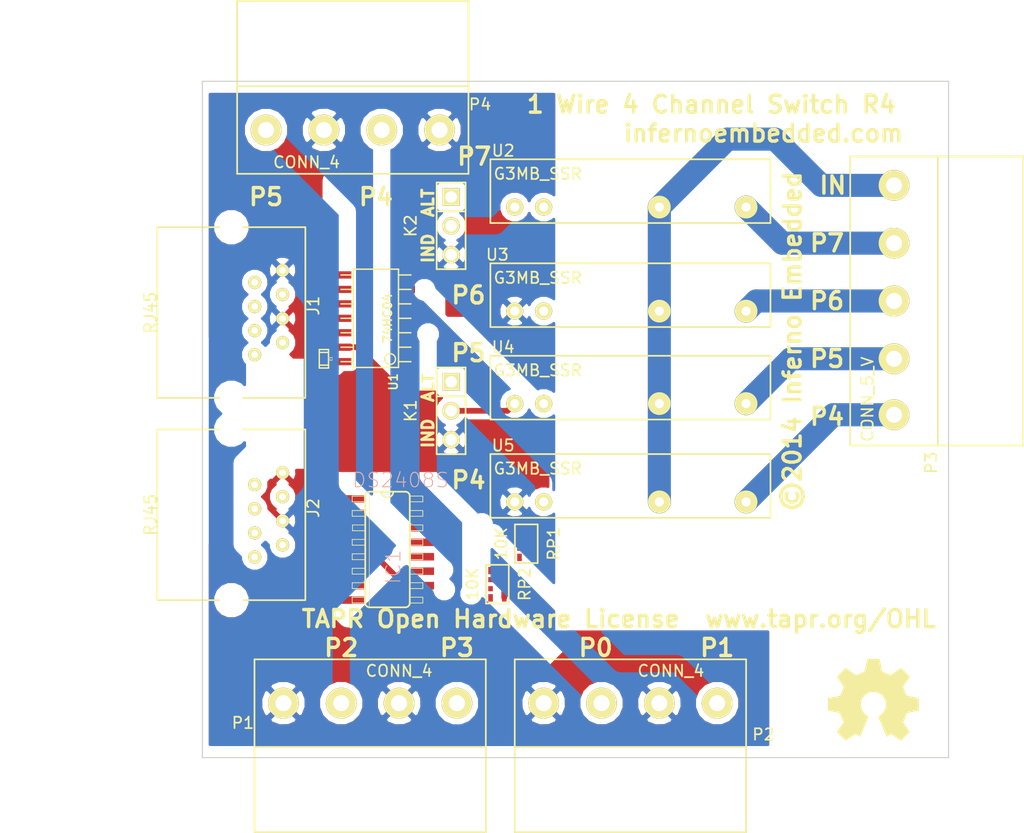
<source format=kicad_pcb>
(kicad_pcb (version 3) (host pcbnew "(2013-07-07 BZR 4022)-stable")

  (general
    (links 71)
    (no_connects 42)
    (area 69.088 89.412999 161.539001 167.635001)
    (thickness 1.6)
    (drawings 32)
    (tracks 28)
    (zones 0)
    (modules 18)
    (nets 27)
  )

  (page A3)
  (layers
    (15 F.Cu signal)
    (0 B.Cu signal)
    (16 B.Adhes user)
    (17 F.Adhes user)
    (18 B.Paste user)
    (19 F.Paste user)
    (20 B.SilkS user)
    (21 F.SilkS user)
    (22 B.Mask user)
    (23 F.Mask user)
    (24 Dwgs.User user)
    (25 Cmts.User user)
    (26 Eco1.User user)
    (27 Eco2.User user)
    (28 Edge.Cuts user)
  )

  (setup
    (last_trace_width 0.5)
    (trace_clearance 0.254)
    (zone_clearance 0.508)
    (zone_45_only no)
    (trace_min 0.254)
    (segment_width 0.2)
    (edge_width 0.1)
    (via_size 0.889)
    (via_drill 0.635)
    (via_min_size 0.889)
    (via_min_drill 0.508)
    (uvia_size 0.508)
    (uvia_drill 0.127)
    (uvias_allowed no)
    (uvia_min_size 0.508)
    (uvia_min_drill 0.127)
    (pcb_text_width 0.3)
    (pcb_text_size 1.5 1.5)
    (mod_edge_width 0.15)
    (mod_text_size 1 1)
    (mod_text_width 0.15)
    (pad_size 1.15 1.15)
    (pad_drill 0.6)
    (pad_to_mask_clearance 0)
    (aux_axis_origin 0 0)
    (visible_elements 7FFFFBFF)
    (pcbplotparams
      (layerselection 284721153)
      (usegerberextensions true)
      (excludeedgelayer true)
      (linewidth 0.150000)
      (plotframeref false)
      (viasonmask false)
      (mode 1)
      (useauxorigin false)
      (hpglpennumber 1)
      (hpglpenspeed 20)
      (hpglpendiameter 15)
      (hpglpenoverlay 2)
      (psnegative false)
      (psa4output false)
      (plotreference true)
      (plotvalue true)
      (plotothertext true)
      (plotinvisibletext false)
      (padsonsilk false)
      (subtractmaskfromsilk true)
      (outputformat 1)
      (mirror false)
      (drillshape 0)
      (scaleselection 1)
      (outputdirectory gerbers/))
  )

  (net 0 "")
  (net 1 /Mains_In)
  (net 2 /OUT_1)
  (net 3 /OUT_2)
  (net 4 /OUT_3)
  (net 5 /OUT_4)
  (net 6 GND)
  (net 7 N-000001)
  (net 8 N-0000011)
  (net 9 N-0000013)
  (net 10 N-0000014)
  (net 11 N-0000015)
  (net 12 N-0000019)
  (net 13 N-000002)
  (net 14 N-0000020)
  (net 15 N-0000021)
  (net 16 N-0000022)
  (net 17 N-0000023)
  (net 18 N-0000024)
  (net 19 N-0000027)
  (net 20 N-0000029)
  (net 21 N-000003)
  (net 22 N-0000030)
  (net 23 N-000007)
  (net 24 N-000008)
  (net 25 N-000009)
  (net 26 VCC)

  (net_class Default "This is the default net class."
    (clearance 0.254)
    (trace_width 0.5)
    (via_dia 0.889)
    (via_drill 0.635)
    (uvia_dia 0.508)
    (uvia_drill 0.127)
    (add_net "")
    (add_net GND)
    (add_net N-000001)
    (add_net N-0000011)
    (add_net N-0000013)
    (add_net N-0000014)
    (add_net N-0000015)
    (add_net N-0000019)
    (add_net N-000002)
    (add_net N-0000020)
    (add_net N-0000021)
    (add_net N-0000022)
    (add_net N-0000023)
    (add_net N-0000024)
    (add_net N-0000027)
    (add_net N-0000029)
    (add_net N-000003)
    (add_net N-0000030)
    (add_net N-000007)
    (add_net N-000008)
    (add_net N-000009)
    (add_net VCC)
  )

  (net_class Mains ""
    (clearance 2.5)
    (trace_width 2.03)
    (via_dia 0.889)
    (via_drill 0.635)
    (uvia_dia 0.508)
    (uvia_drill 0.127)
    (add_net /Mains_In)
    (add_net /OUT_1)
    (add_net /OUT_2)
    (add_net /OUT_3)
    (add_net /OUT_4)
  )

  (module 2EDCK-5.08-5PIN (layer F.Cu) (tedit 53F1DA15) (tstamp 537CA0B9)
    (at 143.764 105.664 270)
    (path /5374AF8B)
    (fp_text reference P3 (at 26.924 -7.112 270) (layer F.SilkS)
      (effects (font (size 1 1) (thickness 0.15)))
    )
    (fp_text value CONN_5_V (at 21.336 -1.524 270) (layer F.SilkS)
      (effects (font (size 1 1) (thickness 0.15)))
    )
    (fp_line (start 0 -7.7) (end 0 -15.2) (layer F.SilkS) (width 0.15))
    (fp_line (start 0 -15.2) (end 25.4 -15.2) (layer F.SilkS) (width 0.15))
    (fp_line (start 25.4 -15.2) (end 25.4 -7.7) (layer F.SilkS) (width 0.15))
    (fp_line (start 0 0) (end 25.4 0) (layer F.SilkS) (width 0.15))
    (fp_line (start 25.4 0) (end 25.4 -7.7) (layer F.SilkS) (width 0.15))
    (fp_line (start 25.4 -7.7) (end 0 -7.7) (layer F.SilkS) (width 0.15))
    (fp_line (start 0 -7.7) (end 0 0) (layer F.SilkS) (width 0.15))
    (pad 1 thru_hole circle (at 2.54 -3.85 270) (size 2.7 2.7) (drill 1.4)
      (layers *.Cu *.Mask F.SilkS)
      (net 1 /Mains_In)
    )
    (pad 2 thru_hole circle (at 7.62 -3.85 270) (size 2.7 2.7) (drill 1.4)
      (layers *.Cu *.Mask F.SilkS)
      (net 2 /OUT_1)
    )
    (pad 3 thru_hole circle (at 12.7 -3.85 270) (size 2.7 2.7) (drill 1.4)
      (layers *.Cu *.Mask F.SilkS)
      (net 3 /OUT_2)
    )
    (pad 4 thru_hole circle (at 17.78 -3.85 270) (size 2.7 2.7) (drill 1.4)
      (layers *.Cu *.Mask F.SilkS)
      (net 4 /OUT_3)
    )
    (pad 5 thru_hole circle (at 22.7 -3.85 270) (size 2.7 2.7) (drill 1.4)
      (layers *.Cu *.Mask F.SilkS)
      (net 5 /OUT_4)
    )
  )

  (module 2EDCK-5.08-4PIN (layer F.Cu) (tedit 53F1DB47) (tstamp 537CA0C8)
    (at 111.76 149.86 180)
    (path /5374A8BD)
    (fp_text reference P1 (at 21.336 -5.588 180) (layer F.SilkS)
      (effects (font (size 1 1) (thickness 0.15)))
    )
    (fp_text value CONN_4 (at 7.62 -1.016 180) (layer F.SilkS)
      (effects (font (size 1 1) (thickness 0.15)))
    )
    (fp_line (start 0 -7.7) (end 0 -15.2) (layer F.SilkS) (width 0.15))
    (fp_line (start 0 -15.2) (end 20.32 -15.2) (layer F.SilkS) (width 0.15))
    (fp_line (start 20.32 -15.2) (end 20.32 -7.7) (layer F.SilkS) (width 0.15))
    (fp_line (start 0 0) (end 20.32 0) (layer F.SilkS) (width 0.15))
    (fp_line (start 20.32 0) (end 20.32 -7.7) (layer F.SilkS) (width 0.15))
    (fp_line (start 20.32 -7.7) (end 0 -7.7) (layer F.SilkS) (width 0.15))
    (fp_line (start 0 -7.7) (end 0 0) (layer F.SilkS) (width 0.15))
    (pad 1 thru_hole circle (at 2.54 -3.85 180) (size 2.7 2.7) (drill 1.4)
      (layers *.Cu *.Mask F.SilkS)
      (net 17 N-0000023)
    )
    (pad 2 thru_hole circle (at 7.62 -3.85 180) (size 2.7 2.7) (drill 1.4)
      (layers *.Cu *.Mask F.SilkS)
      (net 6 GND)
    )
    (pad 3 thru_hole circle (at 12.7 -3.85 180) (size 2.7 2.7) (drill 1.4)
      (layers *.Cu *.Mask F.SilkS)
      (net 22 N-0000030)
    )
    (pad 4 thru_hole circle (at 17.78 -3.85 180) (size 2.7 2.7) (drill 1.4)
      (layers *.Cu *.Mask F.SilkS)
      (net 6 GND)
    )
  )

  (module 2EDCK-5.08-4PIN (layer F.Cu) (tedit 53F1DB6F) (tstamp 537CA0D7)
    (at 134.62 149.86 180)
    (path /5374A8CC)
    (fp_text reference P2 (at -1.524 -6.604 180) (layer F.SilkS)
      (effects (font (size 1 1) (thickness 0.15)))
    )
    (fp_text value CONN_4 (at 6.604 -1.016 180) (layer F.SilkS)
      (effects (font (size 1 1) (thickness 0.15)))
    )
    (fp_line (start 0 -7.7) (end 0 -15.2) (layer F.SilkS) (width 0.15))
    (fp_line (start 0 -15.2) (end 20.32 -15.2) (layer F.SilkS) (width 0.15))
    (fp_line (start 20.32 -15.2) (end 20.32 -7.7) (layer F.SilkS) (width 0.15))
    (fp_line (start 0 0) (end 20.32 0) (layer F.SilkS) (width 0.15))
    (fp_line (start 20.32 0) (end 20.32 -7.7) (layer F.SilkS) (width 0.15))
    (fp_line (start 20.32 -7.7) (end 0 -7.7) (layer F.SilkS) (width 0.15))
    (fp_line (start 0 -7.7) (end 0 0) (layer F.SilkS) (width 0.15))
    (pad 1 thru_hole circle (at 2.54 -3.85 180) (size 2.7 2.7) (drill 1.4)
      (layers *.Cu *.Mask F.SilkS)
      (net 20 N-0000029)
    )
    (pad 2 thru_hole circle (at 7.62 -3.85 180) (size 2.7 2.7) (drill 1.4)
      (layers *.Cu *.Mask F.SilkS)
      (net 6 GND)
    )
    (pad 3 thru_hole circle (at 12.7 -3.85 180) (size 2.7 2.7) (drill 1.4)
      (layers *.Cu *.Mask F.SilkS)
      (net 19 N-0000027)
    )
    (pad 4 thru_hole circle (at 17.78 -3.85 180) (size 2.7 2.7) (drill 1.4)
      (layers *.Cu *.Mask F.SilkS)
      (net 6 GND)
    )
  )

  (module 1wire-SO16 (layer F.Cu) (tedit 53F1DDB8) (tstamp 537DDC07)
    (at 103.124 140.208 270)
    (descr "SMALL OUTLINE PACKAGE")
    (tags "SMALL OUTLINE PACKAGE")
    (path /53749CC7)
    (attr smd)
    (fp_text reference IC1 (at 1.524 -0.508 270) (layer B.SilkS)
      (effects (font (size 1.27 1.27) (thickness 0.0889)))
    )
    (fp_text value DS2408S (at -6.096 -1.143 360) (layer B.SilkS)
      (effects (font (size 1.27 1.27) (thickness 0.0889)))
    )
    (fp_line (start -0.889 -1.9558) (end -0.381 -1.9558) (layer F.SilkS) (width 0.06604))
    (fp_line (start -0.381 -1.9558) (end -0.381 -3.0988) (layer F.SilkS) (width 0.06604))
    (fp_line (start -0.889 -3.0988) (end -0.381 -3.0988) (layer F.SilkS) (width 0.06604))
    (fp_line (start -0.889 -1.9558) (end -0.889 -3.0988) (layer F.SilkS) (width 0.06604))
    (fp_line (start -4.699 3.0988) (end -4.191 3.0988) (layer F.SilkS) (width 0.06604))
    (fp_line (start -4.191 3.0988) (end -4.191 1.9558) (layer F.SilkS) (width 0.06604))
    (fp_line (start -4.699 1.9558) (end -4.191 1.9558) (layer F.SilkS) (width 0.06604))
    (fp_line (start -4.699 3.0988) (end -4.699 1.9558) (layer F.SilkS) (width 0.06604))
    (fp_line (start -3.429 3.0988) (end -2.921 3.0988) (layer F.SilkS) (width 0.06604))
    (fp_line (start -2.921 3.0988) (end -2.921 1.9558) (layer F.SilkS) (width 0.06604))
    (fp_line (start -3.429 1.9558) (end -2.921 1.9558) (layer F.SilkS) (width 0.06604))
    (fp_line (start -3.429 3.0988) (end -3.429 1.9558) (layer F.SilkS) (width 0.06604))
    (fp_line (start -2.159 3.0734) (end -1.651 3.0734) (layer F.SilkS) (width 0.06604))
    (fp_line (start -1.651 3.0734) (end -1.651 1.9304) (layer F.SilkS) (width 0.06604))
    (fp_line (start -2.159 1.9304) (end -1.651 1.9304) (layer F.SilkS) (width 0.06604))
    (fp_line (start -2.159 3.0734) (end -2.159 1.9304) (layer F.SilkS) (width 0.06604))
    (fp_line (start -0.889 3.0988) (end -0.381 3.0988) (layer F.SilkS) (width 0.06604))
    (fp_line (start -0.381 3.0988) (end -0.381 1.9558) (layer F.SilkS) (width 0.06604))
    (fp_line (start -0.889 1.9558) (end -0.381 1.9558) (layer F.SilkS) (width 0.06604))
    (fp_line (start -0.889 3.0988) (end -0.889 1.9558) (layer F.SilkS) (width 0.06604))
    (fp_line (start -2.159 -1.9558) (end -1.651 -1.9558) (layer F.SilkS) (width 0.06604))
    (fp_line (start -1.651 -1.9558) (end -1.651 -3.0988) (layer F.SilkS) (width 0.06604))
    (fp_line (start -2.159 -3.0988) (end -1.651 -3.0988) (layer F.SilkS) (width 0.06604))
    (fp_line (start -2.159 -1.9558) (end -2.159 -3.0988) (layer F.SilkS) (width 0.06604))
    (fp_line (start -3.429 -1.9558) (end -2.921 -1.9558) (layer F.SilkS) (width 0.06604))
    (fp_line (start -2.921 -1.9558) (end -2.921 -3.0988) (layer F.SilkS) (width 0.06604))
    (fp_line (start -3.429 -3.0988) (end -2.921 -3.0988) (layer F.SilkS) (width 0.06604))
    (fp_line (start -3.429 -1.9558) (end -3.429 -3.0988) (layer F.SilkS) (width 0.06604))
    (fp_line (start -4.699 -1.9558) (end -4.191 -1.9558) (layer F.SilkS) (width 0.06604))
    (fp_line (start -4.191 -1.9558) (end -4.191 -3.0988) (layer F.SilkS) (width 0.06604))
    (fp_line (start -4.699 -3.0988) (end -4.191 -3.0988) (layer F.SilkS) (width 0.06604))
    (fp_line (start -4.699 -1.9558) (end -4.699 -3.0988) (layer F.SilkS) (width 0.06604))
    (fp_line (start 0.381 3.0988) (end 0.889 3.0988) (layer F.SilkS) (width 0.06604))
    (fp_line (start 0.889 3.0988) (end 0.889 1.9558) (layer F.SilkS) (width 0.06604))
    (fp_line (start 0.381 1.9558) (end 0.889 1.9558) (layer F.SilkS) (width 0.06604))
    (fp_line (start 0.381 3.0988) (end 0.381 1.9558) (layer F.SilkS) (width 0.06604))
    (fp_line (start 1.651 3.0988) (end 2.159 3.0988) (layer F.SilkS) (width 0.06604))
    (fp_line (start 2.159 3.0988) (end 2.159 1.9558) (layer F.SilkS) (width 0.06604))
    (fp_line (start 1.651 1.9558) (end 2.159 1.9558) (layer F.SilkS) (width 0.06604))
    (fp_line (start 1.651 3.0988) (end 1.651 1.9558) (layer F.SilkS) (width 0.06604))
    (fp_line (start 2.921 3.0988) (end 3.429 3.0988) (layer F.SilkS) (width 0.06604))
    (fp_line (start 3.429 3.0988) (end 3.429 1.9558) (layer F.SilkS) (width 0.06604))
    (fp_line (start 2.921 1.9558) (end 3.429 1.9558) (layer F.SilkS) (width 0.06604))
    (fp_line (start 2.921 3.0988) (end 2.921 1.9558) (layer F.SilkS) (width 0.06604))
    (fp_line (start 4.191 3.0988) (end 4.699 3.0988) (layer F.SilkS) (width 0.06604))
    (fp_line (start 4.699 3.0988) (end 4.699 1.9558) (layer F.SilkS) (width 0.06604))
    (fp_line (start 4.191 1.9558) (end 4.699 1.9558) (layer F.SilkS) (width 0.06604))
    (fp_line (start 4.191 3.0988) (end 4.191 1.9558) (layer F.SilkS) (width 0.06604))
    (fp_line (start 0.381 -1.9558) (end 0.889 -1.9558) (layer F.SilkS) (width 0.06604))
    (fp_line (start 0.889 -1.9558) (end 0.889 -3.0988) (layer F.SilkS) (width 0.06604))
    (fp_line (start 0.381 -3.0988) (end 0.889 -3.0988) (layer F.SilkS) (width 0.06604))
    (fp_line (start 0.381 -1.9558) (end 0.381 -3.0988) (layer F.SilkS) (width 0.06604))
    (fp_line (start 1.651 -1.9558) (end 2.159 -1.9558) (layer F.SilkS) (width 0.06604))
    (fp_line (start 2.159 -1.9558) (end 2.159 -3.0988) (layer F.SilkS) (width 0.06604))
    (fp_line (start 1.651 -3.0988) (end 2.159 -3.0988) (layer F.SilkS) (width 0.06604))
    (fp_line (start 1.651 -1.9558) (end 1.651 -3.0988) (layer F.SilkS) (width 0.06604))
    (fp_line (start 2.921 -1.9558) (end 3.429 -1.9558) (layer F.SilkS) (width 0.06604))
    (fp_line (start 3.429 -1.9558) (end 3.429 -3.0988) (layer F.SilkS) (width 0.06604))
    (fp_line (start 2.921 -3.0988) (end 3.429 -3.0988) (layer F.SilkS) (width 0.06604))
    (fp_line (start 2.921 -1.9558) (end 2.921 -3.0988) (layer F.SilkS) (width 0.06604))
    (fp_line (start 4.191 -1.9558) (end 4.699 -1.9558) (layer F.SilkS) (width 0.06604))
    (fp_line (start 4.699 -1.9558) (end 4.699 -3.0988) (layer F.SilkS) (width 0.06604))
    (fp_line (start 4.191 -3.0988) (end 4.699 -3.0988) (layer F.SilkS) (width 0.06604))
    (fp_line (start 4.191 -1.9558) (end 4.191 -3.0988) (layer F.SilkS) (width 0.06604))
    (fp_line (start 4.699 -1.9558) (end -4.699 -1.9558) (layer F.SilkS) (width 0.1524))
    (fp_line (start -4.699 1.9558) (end 4.699 1.9558) (layer F.SilkS) (width 0.1524))
    (fp_line (start 5.08 1.5748) (end 5.08 -1.5748) (layer F.SilkS) (width 0.1524))
    (fp_line (start -5.08 -1.5748) (end -5.08 -0.508) (layer F.SilkS) (width 0.1524))
    (fp_line (start -5.08 -0.508) (end -5.08 0.508) (layer F.SilkS) (width 0.1524))
    (fp_line (start -5.08 0.508) (end -5.08 1.5748) (layer F.SilkS) (width 0.1524))
    (fp_line (start -5.08 1.6002) (end 5.08 1.6002) (layer F.SilkS) (width 0.0508))
    (fp_arc (start 4.699 1.5748) (end 5.08 1.5748) (angle 90) (layer F.SilkS) (width 0.1524))
    (fp_arc (start -4.699 -1.5748) (end -5.08 -1.5748) (angle 90) (layer F.SilkS) (width 0.1524))
    (fp_arc (start 4.699 -1.5748) (end 4.699 -1.9558) (angle 90) (layer F.SilkS) (width 0.1524))
    (fp_arc (start -4.699 1.5748) (end -4.699 1.9558) (angle 90) (layer F.SilkS) (width 0.1524))
    (fp_arc (start -5.08 0) (end -5.08 -0.508) (angle 180) (layer F.SilkS) (width 0.1524))
    (pad 1 smd rect (at -4.445 3.0734 270) (size 0.6604 2.032)
      (layers F.Cu F.Paste F.Mask)
    )
    (pad 2 smd rect (at -3.175 3.0734 270) (size 0.6604 2.032)
      (layers F.Cu F.Paste F.Mask)
      (net 19 N-0000027)
    )
    (pad 3 smd rect (at -1.905 3.0734 270) (size 0.6604 2.032)
      (layers F.Cu F.Paste F.Mask)
      (net 26 VCC)
    )
    (pad 4 smd rect (at -0.635 3.0734 270) (size 0.6604 2.032)
      (layers F.Cu F.Paste F.Mask)
      (net 16 N-0000022)
    )
    (pad 5 smd rect (at 0.635 3.0734 270) (size 0.6604 2.032)
      (layers F.Cu F.Paste F.Mask)
      (net 6 GND)
    )
    (pad 6 smd rect (at 1.905 3.0734 270) (size 0.6604 2.032)
      (layers F.Cu F.Paste F.Mask)
    )
    (pad 7 smd rect (at 3.175 3.0734 270) (size 0.6604 2.032)
      (layers F.Cu F.Paste F.Mask)
      (net 21 N-000003)
    )
    (pad 8 smd rect (at 4.445 3.0734 270) (size 0.6604 2.032)
      (layers F.Cu F.Paste F.Mask)
      (net 11 N-0000015)
    )
    (pad 9 smd rect (at 4.445 -3.0734 270) (size 0.6604 2.032)
      (layers F.Cu F.Paste F.Mask)
      (net 10 N-0000014)
    )
    (pad 10 smd rect (at 3.175 -3.0734 270) (size 0.6604 2.032)
      (layers F.Cu F.Paste F.Mask)
      (net 26 VCC)
    )
    (pad 11 smd rect (at 1.905 -3.0734 270) (size 0.6604 2.032)
      (layers F.Cu F.Paste F.Mask)
      (net 9 N-0000013)
    )
    (pad 12 smd rect (at 0.635 -3.0734 270) (size 0.6604 2.032)
      (layers F.Cu F.Paste F.Mask)
      (net 17 N-0000023)
    )
    (pad 13 smd rect (at -0.635 -3.0734 270) (size 0.6604 2.032)
      (layers F.Cu F.Paste F.Mask)
      (net 22 N-0000030)
    )
    (pad 14 smd rect (at -1.905 -3.0734 270) (size 0.6604 2.032)
      (layers F.Cu F.Paste F.Mask)
      (net 20 N-0000029)
    )
    (pad 15 smd rect (at -3.175 -3.0734 270) (size 0.6604 2.032)
      (layers F.Cu F.Paste F.Mask)
    )
    (pad 16 smd rect (at -4.445 -3.0734 270) (size 0.6604 2.032)
      (layers F.Cu F.Paste F.Mask)
    )
  )

  (module 0603_Pack4 (layer F.Cu) (tedit 5378B4E6) (tstamp 537CA147)
    (at 115.316 139.7 90)
    (path /5374A73E)
    (fp_text reference RP1 (at 0 2.4 90) (layer F.SilkS)
      (effects (font (size 1 1) (thickness 0.15)))
    )
    (fp_text value 10K (at 0 -2.2 90) (layer F.SilkS)
      (effects (font (size 1 1) (thickness 0.15)))
    )
    (fp_line (start 1.7 -1) (end 1.7 1) (layer F.SilkS) (width 0.15))
    (fp_line (start 1.7 1) (end -1.7 1) (layer F.SilkS) (width 0.15))
    (fp_line (start -1.7 1) (end -1.7 -1) (layer F.SilkS) (width 0.15))
    (fp_line (start -1.7 -1) (end 1.7 -1) (layer F.SilkS) (width 0.15))
    (pad 1 smd rect (at -1.2 -0.6 90) (size 0.65 0.4)
      (layers F.Cu F.Paste F.Mask)
      (net 17 N-0000023)
    )
    (pad 8 smd rect (at -1.2 0.6 90) (size 0.65 0.4)
      (layers F.Cu F.Paste F.Mask)
      (net 26 VCC)
    )
    (pad 4 smd rect (at 1.2 -0.6 90) (size 0.65 0.4)
      (layers F.Cu F.Paste F.Mask)
      (net 19 N-0000027)
    )
    (pad 5 smd rect (at 1.2 0.6 90) (size 0.65 0.4)
      (layers F.Cu F.Paste F.Mask)
      (net 26 VCC)
    )
    (pad 2 smd rect (at -0.4 -0.6 90) (size 0.45 0.4)
      (layers F.Cu F.Paste F.Mask)
      (net 22 N-0000030)
    )
    (pad 3 smd rect (at 0.4 -0.6 90) (size 0.45 0.4)
      (layers F.Cu F.Paste F.Mask)
      (net 20 N-0000029)
    )
    (pad 6 smd rect (at 0.4 0.6 90) (size 0.45 0.4)
      (layers F.Cu F.Paste F.Mask)
      (net 26 VCC)
    )
    (pad 7 smd rect (at -0.4 0.6 90) (size 0.45 0.4)
      (layers F.Cu F.Paste F.Mask)
      (net 26 VCC)
    )
  )

  (module 0603_Pack4 (layer F.Cu) (tedit 5378B4E6) (tstamp 537CA157)
    (at 112.776 143.256 90)
    (path /53787282)
    (fp_text reference RP2 (at 0 2.4 90) (layer F.SilkS)
      (effects (font (size 1 1) (thickness 0.15)))
    )
    (fp_text value 10K (at 0 -2.2 90) (layer F.SilkS)
      (effects (font (size 1 1) (thickness 0.15)))
    )
    (fp_line (start 1.7 -1) (end 1.7 1) (layer F.SilkS) (width 0.15))
    (fp_line (start 1.7 1) (end -1.7 1) (layer F.SilkS) (width 0.15))
    (fp_line (start -1.7 1) (end -1.7 -1) (layer F.SilkS) (width 0.15))
    (fp_line (start -1.7 -1) (end 1.7 -1) (layer F.SilkS) (width 0.15))
    (pad 1 smd rect (at -1.2 -0.6 90) (size 0.65 0.4)
      (layers F.Cu F.Paste F.Mask)
      (net 21 N-000003)
    )
    (pad 8 smd rect (at -1.2 0.6 90) (size 0.65 0.4)
      (layers F.Cu F.Paste F.Mask)
      (net 26 VCC)
    )
    (pad 4 smd rect (at 1.2 -0.6 90) (size 0.65 0.4)
      (layers F.Cu F.Paste F.Mask)
      (net 9 N-0000013)
    )
    (pad 5 smd rect (at 1.2 0.6 90) (size 0.65 0.4)
      (layers F.Cu F.Paste F.Mask)
      (net 26 VCC)
    )
    (pad 2 smd rect (at -0.4 -0.6 90) (size 0.45 0.4)
      (layers F.Cu F.Paste F.Mask)
      (net 11 N-0000015)
    )
    (pad 3 smd rect (at 0.4 -0.6 90) (size 0.45 0.4)
      (layers F.Cu F.Paste F.Mask)
      (net 10 N-0000014)
    )
    (pad 6 smd rect (at 0.4 0.6 90) (size 0.45 0.4)
      (layers F.Cu F.Paste F.Mask)
      (net 26 VCC)
    )
    (pad 7 smd rect (at -0.4 0.6 90) (size 0.45 0.4)
      (layers F.Cu F.Paste F.Mask)
      (net 26 VCC)
    )
  )

  (module c_0603 (layer F.Cu) (tedit 537DE377) (tstamp 537DDA1C)
    (at 97.536 123.444 270)
    (descr "SMT capacitor, 0603")
    (path /537DDA53)
    (fp_text reference C1 (at 0 -0.635 270) (layer F.SilkS)
      (effects (font (size 0.20066 0.20066) (thickness 0.04064)))
    )
    (fp_text value 100nF (at 0 0 360) (layer F.SilkS) hide
      (effects (font (size 0.20066 0.20066) (thickness 0.04064)))
    )
    (fp_line (start 0.5588 0.4064) (end 0.5588 -0.4064) (layer F.SilkS) (width 0.127))
    (fp_line (start -0.5588 -0.381) (end -0.5588 0.4064) (layer F.SilkS) (width 0.127))
    (fp_line (start -0.8128 -0.4064) (end 0.8128 -0.4064) (layer F.SilkS) (width 0.127))
    (fp_line (start 0.8128 -0.4064) (end 0.8128 0.4064) (layer F.SilkS) (width 0.127))
    (fp_line (start 0.8128 0.4064) (end -0.8128 0.4064) (layer F.SilkS) (width 0.127))
    (fp_line (start -0.8128 0.4064) (end -0.8128 -0.4064) (layer F.SilkS) (width 0.127))
    (pad 1 smd rect (at 0.75184 0 270) (size 0.89916 1.00076)
      (layers F.Cu F.Paste F.Mask)
      (net 26 VCC)
    )
    (pad 2 smd rect (at -0.75184 0 270) (size 0.89916 1.00076)
      (layers F.Cu F.Paste F.Mask)
      (net 6 GND)
    )
    (model smd/capacitors/c_0603.wrl
      (at (xyz 0 0 0))
      (scale (xyz 1 1 1))
      (rotate (xyz 0 0 0))
    )
  )

  (module PIN_ARRAY_3X1 (layer F.Cu) (tedit 53F1DEF5) (tstamp 5382FE94)
    (at 108.712 111.76 270)
    (descr "Connecteur 3 pins")
    (tags "CONN DEV")
    (path /5382FD5C)
    (fp_text reference K2 (at 0 3.556 270) (layer F.SilkS)
      (effects (font (size 1.016 1.016) (thickness 0.1524)))
    )
    (fp_text value CONN_3 (at 0 -2.159 270) (layer F.SilkS) hide
      (effects (font (size 1.016 1.016) (thickness 0.1524)))
    )
    (fp_line (start -3.81 1.27) (end -3.81 -1.27) (layer F.SilkS) (width 0.1524))
    (fp_line (start -3.81 -1.27) (end 3.81 -1.27) (layer F.SilkS) (width 0.1524))
    (fp_line (start 3.81 -1.27) (end 3.81 1.27) (layer F.SilkS) (width 0.1524))
    (fp_line (start 3.81 1.27) (end -3.81 1.27) (layer F.SilkS) (width 0.1524))
    (fp_line (start -1.27 -1.27) (end -1.27 1.27) (layer F.SilkS) (width 0.1524))
    (pad 1 thru_hole rect (at -2.54 0 270) (size 1.524 1.524) (drill 1.016)
      (layers *.Cu *.Mask F.SilkS)
      (net 24 N-000008)
    )
    (pad 2 thru_hole circle (at 0 0 270) (size 1.524 1.524) (drill 1.016)
      (layers *.Cu *.Mask F.SilkS)
      (net 8 N-0000011)
    )
    (pad 3 thru_hole circle (at 2.54 0 270) (size 1.524 1.524) (drill 1.016)
      (layers *.Cu *.Mask F.SilkS)
      (net 6 GND)
    )
    (model pin_array/pins_array_3x1.wrl
      (at (xyz 0 0 0))
      (scale (xyz 1 1 1))
      (rotate (xyz 0 0 0))
    )
  )

  (module PIN_ARRAY_3X1 (layer F.Cu) (tedit 53F1DEF1) (tstamp 5382FEA0)
    (at 108.712 128.016 270)
    (descr "Connecteur 3 pins")
    (tags "CONN DEV")
    (path /538301F8)
    (fp_text reference K1 (at 0 3.556 270) (layer F.SilkS)
      (effects (font (size 1.016 1.016) (thickness 0.1524)))
    )
    (fp_text value CONN_3 (at 0 -2.159 270) (layer F.SilkS) hide
      (effects (font (size 1.016 1.016) (thickness 0.1524)))
    )
    (fp_line (start -3.81 1.27) (end -3.81 -1.27) (layer F.SilkS) (width 0.1524))
    (fp_line (start -3.81 -1.27) (end 3.81 -1.27) (layer F.SilkS) (width 0.1524))
    (fp_line (start 3.81 -1.27) (end 3.81 1.27) (layer F.SilkS) (width 0.1524))
    (fp_line (start 3.81 1.27) (end -3.81 1.27) (layer F.SilkS) (width 0.1524))
    (fp_line (start -1.27 -1.27) (end -1.27 1.27) (layer F.SilkS) (width 0.1524))
    (pad 1 thru_hole rect (at -2.54 0 270) (size 1.524 1.524) (drill 1.016)
      (layers *.Cu *.Mask F.SilkS)
      (net 7 N-000001)
    )
    (pad 2 thru_hole circle (at 0 0 270) (size 1.524 1.524) (drill 1.016)
      (layers *.Cu *.Mask F.SilkS)
      (net 23 N-000007)
    )
    (pad 3 thru_hole circle (at 2.54 0 270) (size 1.524 1.524) (drill 1.016)
      (layers *.Cu *.Mask F.SilkS)
      (net 6 GND)
    )
    (model pin_array/pins_array_3x1.wrl
      (at (xyz 0 0 0))
      (scale (xyz 1 1 1))
      (rotate (xyz 0 0 0))
    )
  )

  (module 2EDCK-5.08-4PIN (layer F.Cu) (tedit 53F1DAB1) (tstamp 5382FEAF)
    (at 89.916 107.188)
    (path /5382F9E0)
    (fp_text reference P4 (at 21.336 -6.096) (layer F.SilkS)
      (effects (font (size 1 1) (thickness 0.15)))
    )
    (fp_text value CONN_4 (at 6.096 -1.016) (layer F.SilkS)
      (effects (font (size 1 1) (thickness 0.15)))
    )
    (fp_line (start 0 -7.7) (end 0 -15.2) (layer F.SilkS) (width 0.15))
    (fp_line (start 0 -15.2) (end 20.32 -15.2) (layer F.SilkS) (width 0.15))
    (fp_line (start 20.32 -15.2) (end 20.32 -7.7) (layer F.SilkS) (width 0.15))
    (fp_line (start 0 0) (end 20.32 0) (layer F.SilkS) (width 0.15))
    (fp_line (start 20.32 0) (end 20.32 -7.7) (layer F.SilkS) (width 0.15))
    (fp_line (start 20.32 -7.7) (end 0 -7.7) (layer F.SilkS) (width 0.15))
    (fp_line (start 0 -7.7) (end 0 0) (layer F.SilkS) (width 0.15))
    (pad 1 thru_hole circle (at 2.54 -3.85) (size 2.7 2.7) (drill 1.4)
      (layers *.Cu *.Mask F.SilkS)
      (net 10 N-0000014)
    )
    (pad 2 thru_hole circle (at 7.62 -3.85) (size 2.7 2.7) (drill 1.4)
      (layers *.Cu *.Mask F.SilkS)
      (net 6 GND)
    )
    (pad 3 thru_hole circle (at 12.7 -3.85) (size 2.7 2.7) (drill 1.4)
      (layers *.Cu *.Mask F.SilkS)
      (net 9 N-0000013)
    )
    (pad 4 thru_hole circle (at 17.78 -3.85) (size 2.7 2.7) (drill 1.4)
      (layers *.Cu *.Mask F.SilkS)
      (net 6 GND)
    )
  )

  (module so-14 (layer F.Cu) (tedit 5396CD56) (tstamp 5396C35C)
    (at 102.108 119.888 90)
    (descr SO-14)
    (path /53786AEB)
    (attr smd)
    (fp_text reference U1 (at -5.588 1.524 90) (layer F.SilkS)
      (effects (font (size 0.7493 0.7493) (thickness 0.14986)))
    )
    (fp_text value 74HC04 (at 0 1.016 90) (layer F.SilkS)
      (effects (font (size 0.7493 0.7493) (thickness 0.14986)))
    )
    (fp_line (start -4.318 -1.9812) (end -4.318 1.9812) (layer F.SilkS) (width 0.127))
    (fp_line (start -4.318 1.9812) (end 4.318 1.9812) (layer F.SilkS) (width 0.127))
    (fp_line (start 4.318 1.9812) (end 4.318 -1.9812) (layer F.SilkS) (width 0.127))
    (fp_line (start 4.318 -1.9812) (end -4.318 -1.9812) (layer F.SilkS) (width 0.127))
    (fp_line (start -2.54 -1.9812) (end -2.54 -3.0734) (layer F.SilkS) (width 0.127))
    (fp_line (start -1.27 -1.9812) (end -1.27 -3.0734) (layer F.SilkS) (width 0.127))
    (fp_line (start 0 -1.9812) (end 0 -3.0734) (layer F.SilkS) (width 0.127))
    (fp_line (start -3.81 -1.9812) (end -3.81 -3.0734) (layer F.SilkS) (width 0.127))
    (fp_line (start 1.27 -3.0734) (end 1.27 -1.9812) (layer F.SilkS) (width 0.127))
    (fp_line (start 2.54 -3.0734) (end 2.54 -1.9812) (layer F.SilkS) (width 0.127))
    (fp_line (start 3.81 -3.0734) (end 3.81 -1.9812) (layer F.SilkS) (width 0.127))
    (fp_line (start 3.81 1.9812) (end 3.81 3.0734) (layer F.SilkS) (width 0.127))
    (fp_line (start 2.54 1.9812) (end 2.54 3.0734) (layer F.SilkS) (width 0.127))
    (fp_line (start -3.81 1.9812) (end -3.81 3.0734) (layer F.SilkS) (width 0.127))
    (fp_line (start -2.54 3.0734) (end -2.54 1.9812) (layer F.SilkS) (width 0.127))
    (fp_line (start 1.27 3.0734) (end 1.27 1.9812) (layer F.SilkS) (width 0.127))
    (fp_line (start 0 3.0734) (end 0 1.9812) (layer F.SilkS) (width 0.127))
    (fp_line (start -1.27 3.0734) (end -1.27 1.9812) (layer F.SilkS) (width 0.127))
    (fp_circle (center -3.5814 1.2446) (end -3.8608 1.6256) (layer F.SilkS) (width 0.127))
    (pad 1 smd rect (at -3.81 2.794 90) (size 0.635 1.27)
      (layers F.Cu F.Paste F.Mask)
      (net 21 N-000003)
    )
    (pad 2 smd rect (at -2.54 2.794 90) (size 0.635 1.27)
      (layers F.Cu F.Paste F.Mask)
      (net 25 N-000009)
    )
    (pad 3 smd rect (at -1.27 2.794 90) (size 0.635 1.27)
      (layers F.Cu F.Paste F.Mask)
      (net 11 N-0000015)
    )
    (pad 4 smd rect (at 0 2.794 90) (size 0.635 1.27)
      (layers F.Cu F.Paste F.Mask)
      (net 24 N-000008)
    )
    (pad 5 smd rect (at 1.27 2.794 90) (size 0.635 1.27)
      (layers F.Cu F.Paste F.Mask)
      (net 10 N-0000014)
    )
    (pad 6 smd rect (at 2.54 2.794 90) (size 0.635 1.27)
      (layers F.Cu F.Paste F.Mask)
      (net 13 N-000002)
    )
    (pad 7 smd rect (at 3.81 2.794 90) (size 0.635 1.27)
      (layers F.Cu F.Paste F.Mask)
      (net 6 GND)
    )
    (pad 8 smd rect (at 3.81 -2.794 90) (size 0.635 1.27)
      (layers F.Cu F.Paste F.Mask)
      (net 7 N-000001)
    )
    (pad 9 smd rect (at 2.54 -2.794 90) (size 0.635 1.27)
      (layers F.Cu F.Paste F.Mask)
      (net 9 N-0000013)
    )
    (pad 10 smd rect (at 1.27 -2.794 90) (size 0.635 1.27)
      (layers F.Cu F.Paste F.Mask)
    )
    (pad 11 smd rect (at 0 -2.794 90) (size 0.635 1.27)
      (layers F.Cu F.Paste F.Mask)
      (net 6 GND)
    )
    (pad 12 smd rect (at -1.27 -2.794 90) (size 0.635 1.27)
      (layers F.Cu F.Paste F.Mask)
    )
    (pad 13 smd rect (at -2.54 -2.794 90) (size 0.635 1.27)
      (layers F.Cu F.Paste F.Mask)
      (net 6 GND)
    )
    (pad 14 smd rect (at -3.81 -2.794 90) (size 0.635 1.27)
      (layers F.Cu F.Paste F.Mask)
      (net 26 VCC)
    )
    (model smd/smd_dil/so-14.wrl
      (at (xyz 0 0 0))
      (scale (xyz 1 1 1))
      (rotate (xyz 0 0 0))
    )
  )

  (module OSHW-logo_silkscreen-front_8mm (layer F.Cu) (tedit 0) (tstamp 5396D152)
    (at 145.796 153.416)
    (fp_text reference G*** (at 0 4.2418) (layer F.SilkS) hide
      (effects (font (size 0.36322 0.36322) (thickness 0.07112)))
    )
    (fp_text value OSHW-logo_silkscreen-front_8mm (at 0 -4.2418) (layer F.SilkS) hide
      (effects (font (size 0.36322 0.36322) (thickness 0.07112)))
    )
    (fp_poly (pts (xy -2.42316 3.59156) (xy -2.38252 3.57124) (xy -2.28854 3.51282) (xy -2.15392 3.42392)
      (xy -1.99644 3.31978) (xy -1.83896 3.21056) (xy -1.70942 3.1242) (xy -1.61798 3.06578)
      (xy -1.57988 3.04546) (xy -1.55956 3.05054) (xy -1.48336 3.08864) (xy -1.37414 3.14452)
      (xy -1.31064 3.17754) (xy -1.21158 3.22072) (xy -1.16078 3.23088) (xy -1.15316 3.21564)
      (xy -1.11506 3.13944) (xy -1.05918 3.00736) (xy -0.98298 2.83464) (xy -0.89662 2.63144)
      (xy -0.80264 2.413) (xy -0.7112 2.18948) (xy -0.6223 1.97612) (xy -0.54356 1.78562)
      (xy -0.48006 1.63068) (xy -0.43942 1.52146) (xy -0.42418 1.47574) (xy -0.42926 1.46558)
      (xy -0.48006 1.41732) (xy -0.56642 1.35128) (xy -0.75692 1.19634) (xy -0.94234 0.96266)
      (xy -1.05664 0.6985) (xy -1.09474 0.40386) (xy -1.06172 0.13208) (xy -0.95504 -0.12954)
      (xy -0.77216 -0.36576) (xy -0.55118 -0.54102) (xy -0.2921 -0.65278) (xy 0 -0.68834)
      (xy 0.2794 -0.65786) (xy 0.5461 -0.55118) (xy 0.78232 -0.37084) (xy 0.88138 -0.25654)
      (xy 1.01854 -0.01778) (xy 1.09728 0.23876) (xy 1.1049 0.30226) (xy 1.09474 0.5842)
      (xy 1.01092 0.85344) (xy 0.8636 1.09474) (xy 0.65786 1.29032) (xy 0.62992 1.31064)
      (xy 0.53594 1.38176) (xy 0.47244 1.43002) (xy 0.42164 1.47066) (xy 0.77978 2.33172)
      (xy 0.83566 2.46888) (xy 0.93472 2.7051) (xy 1.02108 2.9083) (xy 1.08966 3.06832)
      (xy 1.13792 3.17754) (xy 1.15824 3.22072) (xy 1.16078 3.22326) (xy 1.19126 3.22834)
      (xy 1.2573 3.20294) (xy 1.37668 3.14452) (xy 1.45796 3.10388) (xy 1.5494 3.0607)
      (xy 1.59004 3.04546) (xy 1.6256 3.06324) (xy 1.71196 3.12166) (xy 1.8415 3.20548)
      (xy 1.9939 3.30962) (xy 2.14122 3.41122) (xy 2.27584 3.50012) (xy 2.3749 3.56108)
      (xy 2.42316 3.58902) (xy 2.43078 3.58902) (xy 2.47142 3.56362) (xy 2.55016 3.50012)
      (xy 2.667 3.38836) (xy 2.8321 3.2258) (xy 2.8575 3.2004) (xy 2.99466 3.0607)
      (xy 3.10642 2.94386) (xy 3.18008 2.86258) (xy 3.20548 2.82448) (xy 3.20548 2.82448)
      (xy 3.18262 2.77622) (xy 3.11912 2.6797) (xy 3.03022 2.54254) (xy 2.921 2.38252)
      (xy 2.63652 1.9685) (xy 2.794 1.57734) (xy 2.84226 1.45796) (xy 2.90322 1.31318)
      (xy 2.9464 1.20904) (xy 2.9718 1.16332) (xy 3.01244 1.14808) (xy 3.12166 1.12268)
      (xy 3.2766 1.08966) (xy 3.45948 1.05664) (xy 3.63728 1.02362) (xy 3.7973 0.99314)
      (xy 3.9116 0.97028) (xy 3.9624 0.96012) (xy 3.9751 0.9525) (xy 3.98526 0.9271)
      (xy 3.99288 0.87376) (xy 3.99542 0.77724) (xy 3.99796 0.62484) (xy 3.99796 0.40386)
      (xy 3.99796 0.381) (xy 3.99542 0.17018) (xy 3.99288 0.00254) (xy 3.9878 -0.10668)
      (xy 3.98018 -0.14986) (xy 3.98018 -0.14986) (xy 3.92938 -0.16256) (xy 3.81762 -0.18542)
      (xy 3.6576 -0.21844) (xy 3.4671 -0.254) (xy 3.45694 -0.25654) (xy 3.26644 -0.2921)
      (xy 3.10896 -0.32512) (xy 2.9972 -0.35052) (xy 2.95148 -0.36576) (xy 2.94132 -0.37846)
      (xy 2.90322 -0.45212) (xy 2.84734 -0.56896) (xy 2.78638 -0.71374) (xy 2.72288 -0.86106)
      (xy 2.66954 -0.99568) (xy 2.63398 -1.09474) (xy 2.62382 -1.14046) (xy 2.62382 -1.14046)
      (xy 2.65176 -1.18618) (xy 2.7178 -1.28524) (xy 2.80924 -1.41986) (xy 2.921 -1.58242)
      (xy 2.92862 -1.59512) (xy 3.03784 -1.75514) (xy 3.12674 -1.88976) (xy 3.18516 -1.98628)
      (xy 3.20548 -2.02946) (xy 3.20548 -2.032) (xy 3.16992 -2.08026) (xy 3.08864 -2.16916)
      (xy 2.9718 -2.29108) (xy 2.8321 -2.43332) (xy 2.78638 -2.4765) (xy 2.63144 -2.6289)
      (xy 2.52476 -2.72796) (xy 2.45618 -2.7813) (xy 2.42316 -2.794) (xy 2.42316 -2.79146)
      (xy 2.3749 -2.76352) (xy 2.2733 -2.69748) (xy 2.13614 -2.6035) (xy 1.97358 -2.49428)
      (xy 1.96342 -2.48666) (xy 1.8034 -2.37744) (xy 1.67132 -2.28854) (xy 1.5748 -2.22504)
      (xy 1.53416 -2.19964) (xy 1.52654 -2.19964) (xy 1.46304 -2.21996) (xy 1.34874 -2.25806)
      (xy 1.20904 -2.31394) (xy 1.06172 -2.37236) (xy 0.9271 -2.42824) (xy 0.8255 -2.4765)
      (xy 0.77724 -2.5019) (xy 0.77724 -2.50444) (xy 0.75946 -2.56286) (xy 0.73152 -2.68224)
      (xy 0.6985 -2.84734) (xy 0.6604 -3.04292) (xy 0.65532 -3.0734) (xy 0.61976 -3.2639)
      (xy 0.58928 -3.42138) (xy 0.56642 -3.5306) (xy 0.55372 -3.57632) (xy 0.52832 -3.5814)
      (xy 0.43434 -3.58902) (xy 0.2921 -3.59156) (xy 0.11938 -3.5941) (xy -0.06096 -3.59156)
      (xy -0.23622 -3.58902) (xy -0.38862 -3.58394) (xy -0.4953 -3.57632) (xy -0.54102 -3.56616)
      (xy -0.54356 -3.56362) (xy -0.5588 -3.5052) (xy -0.5842 -3.38582) (xy -0.61976 -3.22072)
      (xy -0.65786 -3.0226) (xy -0.66294 -2.98958) (xy -0.6985 -2.79908) (xy -0.73152 -2.64414)
      (xy -0.75438 -2.53492) (xy -0.76708 -2.49428) (xy -0.78232 -2.48412) (xy -0.86106 -2.4511)
      (xy -0.98806 -2.39776) (xy -1.14808 -2.33426) (xy -1.51384 -2.1844) (xy -1.96088 -2.49428)
      (xy -2.00406 -2.52222) (xy -2.16408 -2.63144) (xy -2.2987 -2.72034) (xy -2.39014 -2.77876)
      (xy -2.42824 -2.80162) (xy -2.43078 -2.79908) (xy -2.4765 -2.76098) (xy -2.5654 -2.67716)
      (xy -2.68732 -2.55778) (xy -2.82702 -2.41808) (xy -2.93116 -2.31394) (xy -3.05562 -2.18694)
      (xy -3.13436 -2.10312) (xy -3.17754 -2.04724) (xy -3.19278 -2.01422) (xy -3.1877 -1.9939)
      (xy -3.15976 -1.94818) (xy -3.09372 -1.84912) (xy -3.00228 -1.71196) (xy -2.89306 -1.55448)
      (xy -2.80162 -1.41986) (xy -2.7051 -1.27) (xy -2.6416 -1.16332) (xy -2.61874 -1.10998)
      (xy -2.62382 -1.08712) (xy -2.65684 -1.00076) (xy -2.71018 -0.86614) (xy -2.77622 -0.70866)
      (xy -2.9337 -0.35306) (xy -3.16738 -0.30988) (xy -3.30708 -0.28194) (xy -3.5052 -0.24384)
      (xy -3.69316 -0.20828) (xy -3.9878 -0.14986) (xy -3.99796 0.93218) (xy -3.95224 0.9525)
      (xy -3.90906 0.9652) (xy -3.79984 0.98806) (xy -3.6449 1.01854) (xy -3.45948 1.0541)
      (xy -3.30454 1.08458) (xy -3.14452 1.11252) (xy -3.03276 1.13538) (xy -2.98196 1.14554)
      (xy -2.96926 1.16332) (xy -2.92862 1.23952) (xy -2.87274 1.36144) (xy -2.81178 1.50876)
      (xy -2.74828 1.65862) (xy -2.6924 1.79832) (xy -2.65176 1.905) (xy -2.63906 1.96088)
      (xy -2.65938 2.00406) (xy -2.72034 2.0955) (xy -2.8067 2.22758) (xy -2.91338 2.38506)
      (xy -3.0226 2.54254) (xy -3.1115 2.67716) (xy -3.175 2.77368) (xy -3.2004 2.81686)
      (xy -3.1877 2.84734) (xy -3.12674 2.92354) (xy -3.00736 3.04546) (xy -2.8321 3.22072)
      (xy -2.80162 3.24866) (xy -2.66192 3.38328) (xy -2.54254 3.4925) (xy -2.46126 3.56616)
      (xy -2.42316 3.59156)) (layer F.SilkS) (width 0.00254))
  )

  (module G3MB (layer F.Cu) (tedit 54129DD3) (tstamp 537CA0A9)
    (at 124.46 134.62)
    (path /5379D9CE)
    (fp_text reference U5 (at -11.176 -3.556) (layer F.SilkS)
      (effects (font (size 1 1) (thickness 0.15)))
    )
    (fp_text value G3MB_SSR (at -8.128 -1.524) (layer F.SilkS)
      (effects (font (size 1 1) (thickness 0.15)))
    )
    (fp_line (start -12.3 -2.8) (end 12.3 -2.8) (layer F.SilkS) (width 0.15))
    (fp_line (start 12.3 -2.8) (end 12.3 2.8) (layer F.SilkS) (width 0.15))
    (fp_line (start 12.3 2.8) (end -12.3 2.8) (layer F.SilkS) (width 0.15))
    (fp_line (start -12.3 2.8) (end -12.3 -2.8) (layer F.SilkS) (width 0.15))
    (pad 4 thru_hole circle (at -10.16 1.4) (size 1.5 1.5) (drill 0.8)
      (layers *.Cu *.Mask F.SilkS)
      (net 6 GND)
    )
    (pad 3 thru_hole circle (at -7.62 1.4) (size 1.5 1.5) (drill 0.8)
      (layers *.Cu *.Mask F.SilkS)
      (net 7 N-000001)
    )
    (pad 2 thru_hole circle (at 2.54 1.4) (size 2 2) (drill 0.8)
      (layers *.Cu *.Mask F.SilkS)
      (net 1 /Mains_In)
    )
    (pad 1 thru_hole circle (at 10.16 1.4) (size 2 2) (drill 0.8)
      (layers *.Cu *.Mask F.SilkS)
      (net 5 /OUT_4)
    )
  )

  (module G3MB (layer F.Cu) (tedit 54129DCE) (tstamp 537CA09D)
    (at 124.46 125.984)
    (path /5379D9BF)
    (fp_text reference U4 (at -11.176 -3.556) (layer F.SilkS)
      (effects (font (size 1 1) (thickness 0.15)))
    )
    (fp_text value G3MB_SSR (at -8.128 -1.524) (layer F.SilkS)
      (effects (font (size 1 1) (thickness 0.15)))
    )
    (fp_line (start -12.3 -2.8) (end 12.3 -2.8) (layer F.SilkS) (width 0.15))
    (fp_line (start 12.3 -2.8) (end 12.3 2.8) (layer F.SilkS) (width 0.15))
    (fp_line (start 12.3 2.8) (end -12.3 2.8) (layer F.SilkS) (width 0.15))
    (fp_line (start -12.3 2.8) (end -12.3 -2.8) (layer F.SilkS) (width 0.15))
    (pad 4 thru_hole circle (at -10.16 1.4) (size 1.5 1.5) (drill 0.8)
      (layers *.Cu *.Mask F.SilkS)
      (net 23 N-000007)
    )
    (pad 3 thru_hole circle (at -7.62 1.4) (size 1.5 1.5) (drill 0.8)
      (layers *.Cu *.Mask F.SilkS)
      (net 13 N-000002)
    )
    (pad 2 thru_hole circle (at 2.54 1.4) (size 2 2) (drill 0.8)
      (layers *.Cu *.Mask F.SilkS)
      (net 1 /Mains_In)
    )
    (pad 1 thru_hole circle (at 10.16 1.4) (size 2 2) (drill 0.8)
      (layers *.Cu *.Mask F.SilkS)
      (net 4 /OUT_3)
    )
  )

  (module G3MB (layer F.Cu) (tedit 54129DCA) (tstamp 537CA091)
    (at 124.46 117.856)
    (path /5379D9B0)
    (fp_text reference U3 (at -11.684 -3.556) (layer F.SilkS)
      (effects (font (size 1 1) (thickness 0.15)))
    )
    (fp_text value G3MB_SSR (at -8.128 -1.524) (layer F.SilkS)
      (effects (font (size 1 1) (thickness 0.15)))
    )
    (fp_line (start -12.3 -2.8) (end 12.3 -2.8) (layer F.SilkS) (width 0.15))
    (fp_line (start 12.3 -2.8) (end 12.3 2.8) (layer F.SilkS) (width 0.15))
    (fp_line (start 12.3 2.8) (end -12.3 2.8) (layer F.SilkS) (width 0.15))
    (fp_line (start -12.3 2.8) (end -12.3 -2.8) (layer F.SilkS) (width 0.15))
    (pad 4 thru_hole circle (at -10.16 1.4) (size 1.5 1.5) (drill 0.8)
      (layers *.Cu *.Mask F.SilkS)
      (net 6 GND)
    )
    (pad 3 thru_hole circle (at -7.62 1.4) (size 1.5 1.5) (drill 0.8)
      (layers *.Cu *.Mask F.SilkS)
      (net 24 N-000008)
    )
    (pad 2 thru_hole circle (at 2.54 1.4) (size 2 2) (drill 0.8)
      (layers *.Cu *.Mask F.SilkS)
      (net 1 /Mains_In)
    )
    (pad 1 thru_hole circle (at 10.16 1.4) (size 2 2) (drill 0.8)
      (layers *.Cu *.Mask F.SilkS)
      (net 3 /OUT_2)
    )
  )

  (module G3MB (layer F.Cu) (tedit 54129DC4) (tstamp 537CA085)
    (at 124.46 108.712)
    (path /5379D9A1)
    (fp_text reference U2 (at -11.176 -3.556) (layer F.SilkS)
      (effects (font (size 1 1) (thickness 0.15)))
    )
    (fp_text value G3MB_SSR (at -8.128 -1.524) (layer F.SilkS)
      (effects (font (size 1 1) (thickness 0.15)))
    )
    (fp_line (start -12.3 -2.8) (end 12.3 -2.8) (layer F.SilkS) (width 0.15))
    (fp_line (start 12.3 -2.8) (end 12.3 2.8) (layer F.SilkS) (width 0.15))
    (fp_line (start 12.3 2.8) (end -12.3 2.8) (layer F.SilkS) (width 0.15))
    (fp_line (start -12.3 2.8) (end -12.3 -2.8) (layer F.SilkS) (width 0.15))
    (pad 4 thru_hole circle (at -10.16 1.4) (size 1.5 1.5) (drill 0.8)
      (layers *.Cu *.Mask F.SilkS)
      (net 8 N-0000011)
    )
    (pad 3 thru_hole circle (at -7.62 1.4) (size 1.5 1.5) (drill 0.8)
      (layers *.Cu *.Mask F.SilkS)
      (net 25 N-000009)
    )
    (pad 2 thru_hole circle (at 2.54 1.4) (size 2 2) (drill 0.8)
      (layers *.Cu *.Mask F.SilkS)
      (net 1 /Mains_In)
    )
    (pad 1 thru_hole circle (at 10.16 1.4) (size 2 2) (drill 0.8)
      (layers *.Cu *.Mask F.SilkS)
      (net 2 /OUT_1)
    )
  )

  (module RJ45-8-Plastic (layer F.Cu) (tedit 5414FC29) (tstamp 537CA067)
    (at 89.408 119.38 270)
    (path /53749D6E)
    (fp_text reference J1 (at -0.6 -7.2 270) (layer F.SilkS)
      (effects (font (size 1 1) (thickness 0.15)))
    )
    (fp_text value RJ45 (at 0 7.1 270) (layer F.SilkS)
      (effects (font (size 1 1) (thickness 0.15)))
    )
    (fp_line (start -7.5 -6.5) (end -7.5 6.5) (layer F.SilkS) (width 0.15))
    (fp_line (start -7.5 6.5) (end 7.5 6.5) (layer F.SilkS) (width 0.15))
    (fp_line (start 7.5 6.5) (end 7.5 -6.5) (layer F.SilkS) (width 0.15))
    (fp_line (start 7.4 -6.5) (end -7.5 -6.5) (layer F.SilkS) (width 0.15))
    (pad "" np_thru_hole circle (at -7.5 0 270) (size 2 2) (drill 2)
      (layers *.Cu *.Mask F.SilkS)
    )
    (pad "" np_thru_hole circle (at 7.5 0 270) (size 2 2) (drill 2)
      (layers *.Cu *.Mask F.SilkS)
    )
    (pad 8 thru_hole circle (at -3.705 -4.5 270) (size 1.15 1.15) (drill 0.6)
      (layers *.Cu *.Mask F.SilkS)
      (net 12 N-0000019)
    )
    (pad 6 thru_hole circle (at -1.5878 -4.5 270) (size 1.15 1.15) (drill 0.6)
      (layers *.Cu *.Mask F.SilkS)
      (net 15 N-0000021)
    )
    (pad 4 thru_hole circle (at 0.5293 -4.5 270) (size 1.15 1.15) (drill 0.6)
      (layers *.Cu *.Mask F.SilkS)
      (net 16 N-0000022)
    )
    (pad 2 thru_hole circle (at 2.6464 -4.5 270) (size 1.15 1.15) (drill 0.6)
      (layers *.Cu *.Mask F.SilkS)
      (net 26 VCC)
    )
    (pad 7 thru_hole circle (at -2.6464 -2.05 270) (size 1.15 1.15) (drill 0.6)
      (layers *.Cu *.Mask F.SilkS)
      (net 14 N-0000020)
    )
    (pad 5 thru_hole circle (at -0.5293 -2.05 270) (size 1.15 1.15) (drill 0.6)
      (layers *.Cu *.Mask F.SilkS)
      (net 6 GND)
    )
    (pad 3 thru_hole circle (at 1.5878 -2.05 270) (size 1.15 1.15) (drill 0.6)
      (layers *.Cu *.Mask F.SilkS)
      (net 18 N-0000024)
    )
    (pad 1 thru_hole circle (at 3.705 -2.05 270) (size 1.15 1.15) (drill 0.6)
      (layers *.Cu *.Mask F.SilkS)
      (net 6 GND)
    )
  )

  (module RJ45-8-Plastic (layer F.Cu) (tedit 5414FC29) (tstamp 537CA079)
    (at 89.408 137.16 270)
    (path /53749D7D)
    (fp_text reference J2 (at -0.6 -7.2 270) (layer F.SilkS)
      (effects (font (size 1 1) (thickness 0.15)))
    )
    (fp_text value RJ45 (at 0 7.1 270) (layer F.SilkS)
      (effects (font (size 1 1) (thickness 0.15)))
    )
    (fp_line (start -7.5 -6.5) (end -7.5 6.5) (layer F.SilkS) (width 0.15))
    (fp_line (start -7.5 6.5) (end 7.5 6.5) (layer F.SilkS) (width 0.15))
    (fp_line (start 7.5 6.5) (end 7.5 -6.5) (layer F.SilkS) (width 0.15))
    (fp_line (start 7.4 -6.5) (end -7.5 -6.5) (layer F.SilkS) (width 0.15))
    (pad "" np_thru_hole circle (at -7.5 0 270) (size 2 2) (drill 2)
      (layers *.Cu *.Mask F.SilkS)
    )
    (pad "" np_thru_hole circle (at 7.5 0 270) (size 2 2) (drill 2)
      (layers *.Cu *.Mask F.SilkS)
    )
    (pad 8 thru_hole circle (at -3.705 -4.5 270) (size 1.15 1.15) (drill 0.6)
      (layers *.Cu *.Mask F.SilkS)
      (net 12 N-0000019)
    )
    (pad 6 thru_hole circle (at -1.5878 -4.5 270) (size 1.15 1.15) (drill 0.6)
      (layers *.Cu *.Mask F.SilkS)
      (net 15 N-0000021)
    )
    (pad 4 thru_hole circle (at 0.5293 -4.5 270) (size 1.15 1.15) (drill 0.6)
      (layers *.Cu *.Mask F.SilkS)
      (net 16 N-0000022)
    )
    (pad 2 thru_hole circle (at 2.6464 -4.5 270) (size 1.15 1.15) (drill 0.6)
      (layers *.Cu *.Mask F.SilkS)
      (net 26 VCC)
    )
    (pad 7 thru_hole circle (at -2.6464 -2.05 270) (size 1.15 1.15) (drill 0.6)
      (layers *.Cu *.Mask F.SilkS)
      (net 14 N-0000020)
    )
    (pad 5 thru_hole circle (at -0.5293 -2.05 270) (size 1.15 1.15) (drill 0.6)
      (layers *.Cu *.Mask F.SilkS)
      (net 6 GND)
    )
    (pad 3 thru_hole circle (at 1.5878 -2.05 270) (size 1.15 1.15) (drill 0.6)
      (layers *.Cu *.Mask F.SilkS)
      (net 18 N-0000024)
    )
    (pad 1 thru_hole circle (at 3.705 -2.05 270) (size 1.15 1.15) (drill 0.6)
      (layers *.Cu *.Mask F.SilkS)
      (net 6 GND)
    )
  )

  (gr_text P5 (at 110.236 122.936) (layer F.SilkS)
    (effects (font (size 1.5 1.5) (thickness 0.3)))
  )
  (gr_text "IND  ALT" (at 106.68 111.76 90) (layer F.SilkS)
    (effects (font (size 1 1) (thickness 0.25)))
  )
  (gr_line (start 120.396 105.156) (end 120.396 142.748) (angle 90) (layer Edge.Cuts) (width 0.001))
  (gr_arc (start 143.256 142.748) (end 143.256 141.224) (angle 180) (layer Edge.Cuts) (width 0.001))
  (gr_arc (start 121.92 142.748) (end 121.92 144.272) (angle 90) (layer Edge.Cuts) (width 0.001))
  (gr_arc (start 121.92 105.156) (end 120.396 105.156) (angle 180) (layer Edge.Cuts) (width 0.001))
  (gr_line (start 121.92 144.272) (end 143.256 144.272) (angle 90) (layer Edge.Cuts) (width 0.001))
  (gr_line (start 123.444 141.224) (end 143.256 141.224) (angle 90) (layer Edge.Cuts) (width 0.001))
  (gr_line (start 123.444 105.156) (end 123.444 141.224) (angle 90) (layer Edge.Cuts) (width 0.001))
  (gr_text "TAPR Open Hardware License  www.tapr.org/OHL" (at 123.444 146.304) (layer F.SilkS)
    (effects (font (size 1.5 1.5) (thickness 0.3)))
  )
  (gr_text P4 (at 141.732 128.524) (layer F.SilkS)
    (effects (font (size 1.5 1.5) (thickness 0.3)))
  )
  (gr_text P5 (at 141.732 123.444) (layer F.SilkS)
    (effects (font (size 1.5 1.5) (thickness 0.3)))
  )
  (gr_text P6 (at 141.732 118.364) (layer F.SilkS)
    (effects (font (size 1.5 1.5) (thickness 0.3)))
  )
  (gr_text P7 (at 141.732 113.284) (layer F.SilkS)
    (effects (font (size 1.5 1.5) (thickness 0.3)))
  )
  (gr_text IN (at 142.24 108.204) (layer F.SilkS)
    (effects (font (size 1.5 1.5) (thickness 0.3)))
  )
  (gr_text P4 (at 110.236 134.112) (layer F.SilkS)
    (effects (font (size 1.5 1.5) (thickness 0.3)))
  )
  (gr_text P6 (at 110.236 117.856) (layer F.SilkS)
    (effects (font (size 1.5 1.5) (thickness 0.3)))
  )
  (gr_text P7 (at 110.744 105.664) (layer F.SilkS)
    (effects (font (size 1.5 1.5) (thickness 0.3)))
  )
  (gr_text P5 (at 92.456 109.22) (layer F.SilkS)
    (effects (font (size 1.5 1.5) (thickness 0.3)))
  )
  (gr_text P4 (at 102.108 109.22) (layer F.SilkS)
    (effects (font (size 1.5 1.5) (thickness 0.3)))
  )
  (gr_text P0 (at 121.412 148.844) (layer F.SilkS)
    (effects (font (size 1.5 1.5) (thickness 0.3)))
  )
  (gr_text P1 (at 132.08 148.844) (layer F.SilkS)
    (effects (font (size 1.5 1.5) (thickness 0.3)))
  )
  (gr_text P2 (at 99.06 148.844) (layer F.SilkS)
    (effects (font (size 1.5 1.5) (thickness 0.3)))
  )
  (gr_text P3 (at 109.22 148.844) (layer F.SilkS)
    (effects (font (size 1.5 1.5) (thickness 0.3)))
  )
  (gr_text infernoembedded.com (at 136.144 103.632) (layer F.SilkS)
    (effects (font (size 1.5 1.5) (thickness 0.3)))
  )
  (gr_text "©2014 Inferno Embedded" (at 138.684 121.92 90) (layer F.SilkS)
    (effects (font (size 1.5 1.5) (thickness 0.3)))
  )
  (gr_text "1 Wire 4 Channel Switch R4" (at 131.572 101.092) (layer F.SilkS)
    (effects (font (size 1.5 1.5) (thickness 0.3)))
  )
  (gr_text "IND  ALT" (at 106.68 128.016 90) (layer F.SilkS)
    (effects (font (size 1 1) (thickness 0.25)))
  )
  (gr_line (start 86.868 99.06) (end 86.868 158.496) (angle 90) (layer Edge.Cuts) (width 0.1))
  (gr_line (start 152.4 99.06) (end 86.868 99.06) (angle 90) (layer Edge.Cuts) (width 0.1))
  (gr_line (start 152.4 158.496) (end 152.4 99.06) (angle 90) (layer Edge.Cuts) (width 0.1))
  (gr_line (start 86.868 158.496) (end 152.4 158.496) (angle 90) (layer Edge.Cuts) (width 0.1))

  (segment (start 132.972 104.14) (end 127 110.112) (width 2.03) (layer B.Cu) (net 1))
  (segment (start 137.16 104.14) (end 132.972 104.14) (width 2.03) (layer B.Cu) (net 1))
  (segment (start 141.224 108.204) (end 137.16 104.14) (width 2.03) (layer B.Cu) (net 1))
  (segment (start 147.614 108.204) (end 141.224 108.204) (width 2.03) (layer B.Cu) (net 1))
  (segment (start 127 127.384) (end 127 136.02) (width 2.03) (layer B.Cu) (net 1))
  (segment (start 127 119.256) (end 127 127.384) (width 2.03) (layer B.Cu) (net 1))
  (segment (start 127 110.112) (end 127 119.256) (width 2.03) (layer B.Cu) (net 1))
  (segment (start 137.792 113.284) (end 134.62 110.112) (width 2.03) (layer B.Cu) (net 2))
  (segment (start 147.614 113.284) (end 137.792 113.284) (width 2.03) (layer B.Cu) (net 2))
  (segment (start 135.512 118.364) (end 134.62 119.256) (width 2.03) (layer B.Cu) (net 3))
  (segment (start 147.614 118.364) (end 135.512 118.364) (width 2.03) (layer B.Cu) (net 3))
  (segment (start 138.56 123.444) (end 134.62 127.384) (width 2.03) (layer B.Cu) (net 4))
  (segment (start 147.614 123.444) (end 138.56 123.444) (width 2.03) (layer B.Cu) (net 4))
  (segment (start 142.276 128.364) (end 134.62 136.02) (width 2.03) (layer B.Cu) (net 5))
  (segment (start 147.614 128.364) (end 142.276 128.364) (width 2.03) (layer B.Cu) (net 5))
  (segment (start 113.668 128.016) (end 114.3 127.384) (width 0.5) (layer F.Cu) (net 23))
  (segment (start 108.712 128.016) (end 113.668 128.016) (width 0.5) (layer F.Cu) (net 23))
  (segment (start 113.376 142.856) (end 113.376 143.656) (width 0.5) (layer F.Cu) (net 26))
  (segment (start 113.376 143.656) (end 113.376 144.456) (width 0.5) (layer F.Cu) (net 26))
  (segment (start 106.1974 143.383) (end 104.6771 143.383) (width 0.5) (layer F.Cu) (net 26))
  (segment (start 100.6222 138.303) (end 101.5709 138.303) (width 0.5) (layer F.Cu) (net 26))
  (segment (start 100.6222 138.303) (end 100.0506 138.303) (width 0.5) (layer F.Cu) (net 26))
  (segment (start 101.5709 140.2768) (end 104.6771 143.383) (width 0.5) (layer F.Cu) (net 26))
  (segment (start 101.5709 138.303) (end 101.5709 140.2768) (width 0.5) (layer F.Cu) (net 26))
  (segment (start 113.376 142.856) (end 113.376 142.056) (width 0.5) (layer F.Cu) (net 26))
  (segment (start 115.916 138.5) (end 115.916 139.3) (width 0.5) (layer F.Cu) (net 26))
  (segment (start 115.916 139.3) (end 115.916 140.1) (width 0.5) (layer F.Cu) (net 26))
  (segment (start 115.916 140.1) (end 115.916 140.9) (width 0.5) (layer F.Cu) (net 26))

  (zone (net 0) (net_name "") (layer B.Cu) (tstamp 53830559) (hatch edge 0.508)
    (connect_pads (clearance 0.508))
    (min_thickness 0.254)
    (keepout (tracks not_allowed) (vias not_allowed) (copperpour not_allowed))
    (fill (arc_segments 16) (thermal_gap 0.508) (thermal_bridge_width 0.508))
    (polygon
      (pts
        (xy 148.336 144.78) (xy 118.872 144.78) (xy 118.872 138.176) (xy 118.872 103.632) (xy 125.476 103.632)
        (xy 125.476 138.176) (xy 148.336 138.176) (xy 148.336 144.78)
      )
    )
  )
  (zone (net 0) (net_name "") (layer F.Cu) (tstamp 53830572) (hatch edge 0.508)
    (connect_pads (clearance 0.508))
    (min_thickness 0.254)
    (keepout (tracks not_allowed) (vias not_allowed) (copperpour not_allowed))
    (fill (arc_segments 16) (thermal_gap 0.508) (thermal_bridge_width 0.508))
    (polygon
      (pts
        (xy 148.336 144.78) (xy 118.872 144.78) (xy 118.872 138.176) (xy 118.872 103.632) (xy 125.476 103.632)
        (xy 125.476 138.176) (xy 148.336 138.176) (xy 148.336 144.78)
      )
    )
  )
  (zone (net 6) (net_name GND) (layer B.Cu) (tstamp 53832739) (hatch edge 0.508)
    (connect_pads (clearance 0.508))
    (min_thickness 0.254)
    (fill (arc_segments 16) (thermal_gap 0.508) (thermal_bridge_width 0.508))
    (polygon
      (pts
        (xy 136.652 157.48) (xy 69.088 157.48) (xy 69.088 100.076) (xy 117.856 100.076) (xy 117.856 147.32)
        (xy 136.652 147.32)
      )
    )
    (filled_polygon
      (pts
        (xy 94.101747 133.469142) (xy 93.922142 133.648747) (xy 93.908 133.634605) (xy 93.893857 133.648747) (xy 93.714252 133.469142)
        (xy 93.728395 133.455) (xy 93.714252 133.440857) (xy 93.893857 133.261252) (xy 93.908 133.275395) (xy 93.922142 133.261252)
        (xy 94.101747 133.440857) (xy 94.087605 133.455) (xy 94.101747 133.469142)
      )
    )
    (filled_polygon
      (pts
        (xy 117.729 143.12972) (xy 115.091912 140.492632) (xy 115.091912 136.991517) (xy 114.3 136.199605) (xy 114.120395 136.37921)
        (xy 114.120395 136.02) (xy 113.328483 135.228088) (xy 113.087542 135.296078) (xy 112.902802 135.81517) (xy 112.930772 136.365446)
        (xy 113.087542 136.743922) (xy 113.328483 136.811912) (xy 114.120395 136.02) (xy 114.120395 136.37921) (xy 113.508088 136.991517)
        (xy 113.576078 137.232458) (xy 114.09517 137.417198) (xy 114.645446 137.389228) (xy 115.023922 137.232458) (xy 115.091912 136.991517)
        (xy 115.091912 140.492632) (xy 113.453561 138.854282) (xy 113.453687 138.710716) (xy 113.289689 138.313811) (xy 112.986286 138.009878)
        (xy 112.589668 137.845187) (xy 112.493102 137.845102) (xy 112.493187 137.747616) (xy 112.329189 137.350711) (xy 112.025786 137.046778)
        (xy 111.629168 136.882087) (xy 111.199716 136.881713) (xy 111.0887 136.927583) (xy 111.06159 136.88701) (xy 111.061586 136.887007)
        (xy 110.121143 135.946563) (xy 110.121143 130.763696) (xy 110.09336 130.208631) (xy 109.934396 129.824858) (xy 109.692212 129.755393)
        (xy 108.891605 130.556) (xy 109.692212 131.356607) (xy 109.934396 131.287142) (xy 110.121143 130.763696) (xy 110.121143 135.946563)
        (xy 109.512607 135.338027) (xy 109.512607 131.536212) (xy 108.712 130.735605) (xy 107.911393 131.536212) (xy 107.980858 131.778396)
        (xy 108.504304 131.965143) (xy 109.059369 131.93736) (xy 109.443142 131.778396) (xy 109.512607 131.536212) (xy 109.512607 135.338027)
        (xy 107.5757 133.40112) (xy 107.5757 131.311836) (xy 107.731788 131.356607) (xy 108.532395 130.556) (xy 107.731788 129.755393)
        (xy 107.5757 129.800163) (xy 107.5757 128.855097) (xy 107.91963 129.199628) (xy 108.11173 129.279394) (xy 107.980858 129.333604)
        (xy 107.911393 129.575788) (xy 108.712 130.376395) (xy 109.512607 129.575788) (xy 109.443142 129.333604) (xy 109.302678 129.283491)
        (xy 109.502303 129.201009) (xy 109.895628 128.80837) (xy 109.949867 128.677747) (xy 115.955 134.682879) (xy 115.955 134.946479)
        (xy 115.666539 135.234437) (xy 115.576621 135.450982) (xy 115.512458 135.296078) (xy 115.271517 135.228088) (xy 115.091912 135.407693)
        (xy 115.091912 135.048483) (xy 115.023922 134.807542) (xy 114.50483 134.622802) (xy 113.954554 134.650772) (xy 113.576078 134.807542)
        (xy 113.508088 135.048483) (xy 114.3 135.840395) (xy 115.091912 135.048483) (xy 115.091912 135.407693) (xy 114.479605 136.02)
        (xy 115.271517 136.811912) (xy 115.512458 136.743922) (xy 115.57173 136.577373) (xy 115.66517 136.803514) (xy 116.054437 137.193461)
        (xy 116.563298 137.404758) (xy 117.114285 137.405239) (xy 117.623514 137.19483) (xy 117.729 137.089527) (xy 117.729 143.12972)
      )
    )
    (filled_polygon
      (pts
        (xy 136.525 157.353) (xy 128.993737 157.353) (xy 128.993737 154.058045) (xy 128.975164 153.268582) (xy 128.708782 152.625478)
        (xy 128.405593 152.484012) (xy 128.225988 152.663617) (xy 128.225988 152.304407) (xy 128.084522 152.001218) (xy 127.348045 151.716263)
        (xy 126.558582 151.734836) (xy 125.915478 152.001218) (xy 125.774012 152.304407) (xy 127 153.530395) (xy 128.225988 152.304407)
        (xy 128.225988 152.663617) (xy 127.179605 153.71) (xy 128.405593 154.935988) (xy 128.708782 154.794522) (xy 128.993737 154.058045)
        (xy 128.993737 157.353) (xy 128.225988 157.353) (xy 128.225988 155.115593) (xy 127 153.889605) (xy 126.820395 154.06921)
        (xy 126.820395 153.71) (xy 125.594407 152.484012) (xy 125.291218 152.625478) (xy 125.006263 153.361955) (xy 125.024836 154.151418)
        (xy 125.291218 154.794522) (xy 125.594407 154.935988) (xy 126.820395 153.71) (xy 126.820395 154.06921) (xy 125.774012 155.115593)
        (xy 125.915478 155.418782) (xy 126.651955 155.703737) (xy 127.441418 155.685164) (xy 128.084522 155.418782) (xy 128.225988 155.115593)
        (xy 128.225988 157.353) (xy 118.833737 157.353) (xy 118.833737 154.058045) (xy 118.815164 153.268582) (xy 118.548782 152.625478)
        (xy 118.245593 152.484012) (xy 118.065988 152.663617) (xy 118.065988 152.304407) (xy 117.924522 152.001218) (xy 117.188045 151.716263)
        (xy 116.398582 151.734836) (xy 115.755478 152.001218) (xy 115.614012 152.304407) (xy 116.84 153.530395) (xy 118.065988 152.304407)
        (xy 118.065988 152.663617) (xy 117.019605 153.71) (xy 118.245593 154.935988) (xy 118.548782 154.794522) (xy 118.833737 154.058045)
        (xy 118.833737 157.353) (xy 118.065988 157.353) (xy 118.065988 155.115593) (xy 116.84 153.889605) (xy 116.660395 154.06921)
        (xy 116.660395 153.71) (xy 115.434407 152.484012) (xy 115.131218 152.625478) (xy 114.846263 153.361955) (xy 114.864836 154.151418)
        (xy 115.131218 154.794522) (xy 115.434407 154.935988) (xy 116.660395 153.71) (xy 116.660395 154.06921) (xy 115.614012 155.115593)
        (xy 115.755478 155.418782) (xy 116.491955 155.703737) (xy 117.281418 155.685164) (xy 117.924522 155.418782) (xy 118.065988 155.115593)
        (xy 118.065988 157.353) (xy 111.205343 157.353) (xy 111.205343 153.316891) (xy 110.903782 152.587057) (xy 110.34588 152.028181)
        (xy 109.616573 151.725346) (xy 109.185587 151.724969) (xy 109.185587 143.505616) (xy 109.021589 143.108711) (xy 108.718186 142.804778)
        (xy 108.682738 142.790058) (xy 108.860822 142.612286) (xy 109.025513 142.215668) (xy 109.025887 141.786216) (xy 108.861889 141.389311)
        (xy 108.558486 141.085378) (xy 108.528167 141.072788) (xy 103.501 136.04562) (xy 103.501 105.120097) (xy 103.738943 105.021782)
        (xy 104.297819 104.46388) (xy 104.600654 103.734573) (xy 104.601343 102.944891) (xy 104.299782 102.215057) (xy 103.74188 101.656181)
        (xy 103.012573 101.353346) (xy 102.222891 101.352657) (xy 101.493057 101.654218) (xy 100.934181 102.21212) (xy 100.631346 102.941427)
        (xy 100.630657 103.731109) (xy 100.932218 104.460943) (xy 101.49012 105.019819) (xy 101.731 105.119841) (xy 101.731 135.34242)
        (xy 100.485 134.09642) (xy 100.485 110.482) (xy 100.417633 110.143325) (xy 100.22579 109.85621) (xy 100.225786 109.856207)
        (xy 99.529737 109.160157) (xy 99.529737 103.686045) (xy 99.511164 102.896582) (xy 99.244782 102.253478) (xy 98.941593 102.112012)
        (xy 98.761988 102.291617) (xy 98.761988 101.932407) (xy 98.620522 101.629218) (xy 97.884045 101.344263) (xy 97.094582 101.362836)
        (xy 96.451478 101.629218) (xy 96.310012 101.932407) (xy 97.536 103.158395) (xy 98.761988 101.932407) (xy 98.761988 102.291617)
        (xy 97.715605 103.338) (xy 98.941593 104.563988) (xy 99.244782 104.422522) (xy 99.529737 103.686045) (xy 99.529737 109.160157)
        (xy 98.761988 108.392408) (xy 98.761988 104.743593) (xy 97.536 103.517605) (xy 97.356395 103.69721) (xy 97.356395 103.338)
        (xy 96.130407 102.112012) (xy 95.827218 102.253478) (xy 95.542263 102.989955) (xy 95.560836 103.779418) (xy 95.827218 104.422522)
        (xy 96.130407 104.563988) (xy 97.356395 103.338) (xy 97.356395 103.69721) (xy 96.310012 104.743593) (xy 96.451478 105.046782)
        (xy 97.187955 105.331737) (xy 97.977418 105.313164) (xy 98.620522 105.046782) (xy 98.761988 104.743593) (xy 98.761988 108.392408)
        (xy 94.341923 103.972343) (xy 94.440654 103.734573) (xy 94.441343 102.944891) (xy 94.139782 102.215057) (xy 93.58188 101.656181)
        (xy 92.852573 101.353346) (xy 92.062891 101.352657) (xy 91.333057 101.654218) (xy 90.774181 102.21212) (xy 90.471346 102.941427)
        (xy 90.470657 103.731109) (xy 90.772218 104.460943) (xy 91.33012 105.019819) (xy 92.059427 105.322654) (xy 92.849109 105.323343)
        (xy 93.090162 105.223741) (xy 98.715 110.848579) (xy 98.715 134.462994) (xy 98.714999 134.463) (xy 98.771189 134.745484)
        (xy 98.782367 134.801675) (xy 98.97421 135.08879) (xy 103.743227 139.857806) (xy 103.546778 140.053914) (xy 103.382087 140.450532)
        (xy 103.382049 140.493971) (xy 98.43421 145.44181) (xy 98.242367 145.728925) (xy 98.231189 145.785115) (xy 98.174999 146.0676)
        (xy 98.175 146.067605) (xy 98.175 151.927902) (xy 97.937057 152.026218) (xy 97.378181 152.58412) (xy 97.075346 153.313427)
        (xy 97.074657 154.103109) (xy 97.376218 154.832943) (xy 97.93412 155.391819) (xy 98.663427 155.694654) (xy 99.453109 155.695343)
        (xy 100.182943 155.393782) (xy 100.741819 154.83588) (xy 101.044654 154.106573) (xy 101.045343 153.316891) (xy 100.743782 152.587057)
        (xy 100.18588 152.028181) (xy 99.945 151.928158) (xy 99.945 146.434179) (xy 104.633328 141.74585) (xy 104.675184 141.745887)
        (xy 104.820686 141.685766) (xy 107.026249 143.891328) (xy 107.026213 143.933184) (xy 107.190211 144.330089) (xy 107.493614 144.634022)
        (xy 107.890232 144.798713) (xy 108.319684 144.799087) (xy 108.716589 144.635089) (xy 109.020522 144.331686) (xy 109.185213 143.935068)
        (xy 109.185587 143.505616) (xy 109.185587 151.724969) (xy 108.826891 151.724657) (xy 108.097057 152.026218) (xy 107.538181 152.58412)
        (xy 107.235346 153.313427) (xy 107.234657 154.103109) (xy 107.536218 154.832943) (xy 108.09412 155.391819) (xy 108.823427 155.694654)
        (xy 109.613109 155.695343) (xy 110.342943 155.393782) (xy 110.901819 154.83588) (xy 111.204654 154.106573) (xy 111.205343 153.316891)
        (xy 111.205343 157.353) (xy 106.133737 157.353) (xy 106.133737 154.058045) (xy 106.115164 153.268582) (xy 105.848782 152.625478)
        (xy 105.545593 152.484012) (xy 105.365988 152.663617) (xy 105.365988 152.304407) (xy 105.224522 152.001218) (xy 104.488045 151.716263)
        (xy 103.698582 151.734836) (xy 103.055478 152.001218) (xy 102.914012 152.304407) (xy 104.14 153.530395) (xy 105.365988 152.304407)
        (xy 105.365988 152.663617) (xy 104.319605 153.71) (xy 105.545593 154.935988) (xy 105.848782 154.794522) (xy 106.133737 154.058045)
        (xy 106.133737 157.353) (xy 105.365988 157.353) (xy 105.365988 155.115593) (xy 104.14 153.889605) (xy 103.960395 154.06921)
        (xy 103.960395 153.71) (xy 102.734407 152.484012) (xy 102.431218 152.625478) (xy 102.146263 153.361955) (xy 102.164836 154.151418)
        (xy 102.431218 154.794522) (xy 102.734407 154.935988) (xy 103.960395 153.71) (xy 103.960395 154.06921) (xy 102.914012 155.115593)
        (xy 103.055478 155.418782) (xy 103.791955 155.703737) (xy 104.581418 155.685164) (xy 105.224522 155.418782) (xy 105.365988 155.115593)
        (xy 105.365988 157.353) (xy 95.973737 157.353) (xy 95.973737 154.058045) (xy 95.955164 153.268582) (xy 95.8974 153.129127)
        (xy 95.8974 134.4678) (xy 95.8974 118.8966) (xy 95.830033 118.557925) (xy 95.63819 118.27081) (xy 95.638186 118.270807)
        (xy 95.155807 117.788428) (xy 95.155807 115.843964) (xy 95.125482 115.353587) (xy 94.996164 115.041383) (xy 94.770735 114.99187)
        (xy 94.59113 115.171475) (xy 94.59113 114.812265) (xy 94.541617 114.586836) (xy 94.076964 114.427193) (xy 93.586587 114.457518)
        (xy 93.274383 114.586836) (xy 93.22487 114.812265) (xy 93.908 115.495395) (xy 94.59113 114.812265) (xy 94.59113 115.171475)
        (xy 94.087605 115.675) (xy 94.770735 116.35813) (xy 94.996164 116.308617) (xy 95.155807 115.843964) (xy 95.155807 117.788428)
        (xy 95.143014 117.775635) (xy 95.143214 117.547621) (xy 94.955592 117.093543) (xy 94.608485 116.745829) (xy 94.550695 116.721832)
        (xy 94.59113 116.537735) (xy 93.908 115.854605) (xy 93.728395 116.03421) (xy 93.728395 115.675) (xy 93.045265 114.99187)
        (xy 92.819836 115.041383) (xy 92.660193 115.506036) (xy 92.690518 115.996413) (xy 92.819836 116.308617) (xy 93.045265 116.35813)
        (xy 93.728395 115.675) (xy 93.728395 116.03421) (xy 93.22487 116.537735) (xy 93.265234 116.721513) (xy 93.209343 116.744608)
        (xy 92.861629 117.091715) (xy 92.673215 117.545466) (xy 92.672786 118.036779) (xy 92.860408 118.490857) (xy 93.207515 118.838571)
        (xy 93.265284 118.862559) (xy 93.22487 119.046565) (xy 93.908 119.729695) (xy 93.922142 119.715552) (xy 94.101747 119.895157)
        (xy 94.087605 119.9093) (xy 94.101747 119.923442) (xy 93.922142 120.103047) (xy 93.908 120.088905) (xy 93.728395 120.26851)
        (xy 93.728395 119.9093) (xy 93.045265 119.22617) (xy 92.819836 119.275683) (xy 92.660193 119.740336) (xy 92.690518 120.230713)
        (xy 92.819836 120.542917) (xy 93.045265 120.59243) (xy 93.728395 119.9093) (xy 93.728395 120.26851) (xy 93.22487 120.772035)
        (xy 93.265214 120.955722) (xy 93.209343 120.978808) (xy 92.861629 121.325915) (xy 92.673215 121.779666) (xy 92.673014 122.009806)
        (xy 92.401125 122.281694) (xy 92.158485 122.038629) (xy 92.129523 122.026603) (xy 92.156657 122.015392) (xy 92.504371 121.668285)
        (xy 92.692785 121.214534) (xy 92.693214 120.723221) (xy 92.505592 120.269143) (xy 92.158485 119.921429) (xy 92.129644 119.909453)
        (xy 92.156657 119.898292) (xy 92.504371 119.551185) (xy 92.692785 119.097434) (xy 92.693214 118.606121) (xy 92.505592 118.152043)
        (xy 92.158485 117.804329) (xy 92.129644 117.792353) (xy 92.156657 117.781192) (xy 92.504371 117.434085) (xy 92.692785 116.980334)
        (xy 92.693214 116.489021) (xy 92.505592 116.034943) (xy 92.158485 115.687229) (xy 91.704734 115.498815) (xy 91.213421 115.498386)
        (xy 91.043283 115.568685) (xy 91.043283 111.556205) (xy 90.794893 110.955057) (xy 90.335362 110.494723) (xy 89.734648 110.245285)
        (xy 89.084205 110.244717) (xy 88.483057 110.493107) (xy 88.022723 110.952638) (xy 87.773285 111.553352) (xy 87.772717 112.203795)
        (xy 88.021107 112.804943) (xy 88.480638 113.265277) (xy 89.081352 113.514715) (xy 89.731795 113.515283) (xy 90.332943 113.266893)
        (xy 90.793277 112.807362) (xy 91.042715 112.206648) (xy 91.043283 111.556205) (xy 91.043283 115.568685) (xy 90.759343 115.686008)
        (xy 90.411629 116.033115) (xy 90.223215 116.486866) (xy 90.222786 116.978179) (xy 90.410408 117.432257) (xy 90.757515 117.779971)
        (xy 90.786355 117.791946) (xy 90.759343 117.803108) (xy 90.411629 118.150215) (xy 90.223215 118.603966) (xy 90.222786 119.095279)
        (xy 90.410408 119.549357) (xy 90.757515 119.897071) (xy 90.786355 119.909046) (xy 90.759343 119.920208) (xy 90.411629 120.267315)
        (xy 90.223215 120.721066) (xy 90.222786 121.212379) (xy 90.410408 121.666457) (xy 90.757515 122.014171) (xy 90.786476 122.026196)
        (xy 90.759343 122.037408) (xy 90.411629 122.384515) (xy 90.223215 122.838266) (xy 90.222786 123.329579) (xy 90.410408 123.783657)
        (xy 90.573 123.946533) (xy 90.573 125.732776) (xy 90.335362 125.494723) (xy 89.734648 125.245285) (xy 89.084205 125.244717)
        (xy 88.483057 125.493107) (xy 88.022723 125.952638) (xy 87.773285 126.553352) (xy 87.772717 127.203795) (xy 88.021107 127.804943)
        (xy 88.480638 128.265277) (xy 88.491296 128.269702) (xy 88.483057 128.273107) (xy 88.022723 128.732638) (xy 87.773285 129.333352)
        (xy 87.772717 129.983795) (xy 88.021107 130.584943) (xy 88.480638 131.045277) (xy 89.081352 131.294715) (xy 89.731795 131.295283)
        (xy 90.332943 131.046893) (xy 90.573 130.807254) (xy 90.573 131.12232) (xy 89.72781 131.96751) (xy 89.535967 132.254625)
        (xy 89.524789 132.310815) (xy 89.468599 132.5933) (xy 89.4686 132.593305) (xy 89.4686 139.760594) (xy 89.468599 139.7606)
        (xy 89.524789 140.043084) (xy 89.535967 140.099275) (xy 89.72781 140.38639) (xy 90.222985 140.881564) (xy 90.222786 141.109579)
        (xy 90.410408 141.563657) (xy 90.757515 141.911371) (xy 91.211266 142.099785) (xy 91.702579 142.100214) (xy 92.156657 141.912592)
        (xy 92.504371 141.565485) (xy 92.692785 141.111734) (xy 92.693214 140.620421) (xy 92.505592 140.166343) (xy 92.158485 139.818629)
        (xy 92.129523 139.806603) (xy 92.156657 139.795392) (xy 92.401248 139.551227) (xy 92.672985 139.822964) (xy 92.672786 140.050979)
        (xy 92.860408 140.505057) (xy 93.207515 140.852771) (xy 93.661266 141.041185) (xy 94.152579 141.041614) (xy 94.606657 140.853992)
        (xy 94.954371 140.506885) (xy 95.142785 140.053134) (xy 95.143214 139.561821) (xy 94.955592 139.107743) (xy 94.608485 138.760029)
        (xy 94.550715 138.73604) (xy 94.59113 138.552035) (xy 93.908 137.868905) (xy 93.893857 137.883047) (xy 93.714252 137.703442)
        (xy 93.728395 137.6893) (xy 93.714252 137.675157) (xy 93.893857 137.495552) (xy 93.908 137.509695) (xy 94.59113 136.826565)
        (xy 94.550785 136.642877) (xy 94.606657 136.619792) (xy 94.954371 136.272685) (xy 95.142785 135.818934) (xy 95.142985 135.588793)
        (xy 95.638186 135.093592) (xy 95.638189 135.09359) (xy 95.63819 135.09359) (xy 95.830033 134.806475) (xy 95.8974 134.4678)
        (xy 95.8974 153.129127) (xy 95.688782 152.625478) (xy 95.385593 152.484012) (xy 95.205988 152.663617) (xy 95.205988 152.304407)
        (xy 95.155807 152.196859) (xy 95.155807 137.858264) (xy 95.125482 137.367887) (xy 94.996164 137.055683) (xy 94.770735 137.00617)
        (xy 94.087605 137.6893) (xy 94.770735 138.37243) (xy 94.996164 138.322917) (xy 95.155807 137.858264) (xy 95.155807 152.196859)
        (xy 95.064522 152.001218) (xy 94.328045 151.716263) (xy 93.538582 151.734836) (xy 92.895478 152.001218) (xy 92.754012 152.304407)
        (xy 93.98 153.530395) (xy 95.205988 152.304407) (xy 95.205988 152.663617) (xy 94.159605 153.71) (xy 95.385593 154.935988)
        (xy 95.688782 154.794522) (xy 95.973737 154.058045) (xy 95.973737 157.353) (xy 95.205988 157.353) (xy 95.205988 155.115593)
        (xy 93.98 153.889605) (xy 93.800395 154.06921) (xy 93.800395 153.71) (xy 92.574407 152.484012) (xy 92.271218 152.625478)
        (xy 91.986263 153.361955) (xy 92.004836 154.151418) (xy 92.271218 154.794522) (xy 92.574407 154.935988) (xy 93.800395 153.71)
        (xy 93.800395 154.06921) (xy 92.754012 155.115593) (xy 92.895478 155.418782) (xy 93.631955 155.703737) (xy 94.421418 155.685164)
        (xy 95.064522 155.418782) (xy 95.205988 155.115593) (xy 95.205988 157.353) (xy 91.043283 157.353) (xy 91.043283 144.336205)
        (xy 90.794893 143.735057) (xy 90.335362 143.274723) (xy 89.734648 143.025285) (xy 89.084205 143.024717) (xy 88.483057 143.273107)
        (xy 88.022723 143.732638) (xy 87.773285 144.333352) (xy 87.772717 144.983795) (xy 88.021107 145.584943) (xy 88.480638 146.045277)
        (xy 89.081352 146.294715) (xy 89.731795 146.295283) (xy 90.332943 146.046893) (xy 90.793277 145.587362) (xy 91.042715 144.986648)
        (xy 91.043283 144.336205) (xy 91.043283 157.353) (xy 87.553 157.353) (xy 87.553 100.203) (xy 117.729 100.203)
        (xy 117.729 109.042156) (xy 117.625563 108.938539) (xy 117.116702 108.727242) (xy 116.565715 108.726761) (xy 116.056486 108.93717)
        (xy 115.666539 109.326437) (xy 115.570023 109.558872) (xy 115.47483 109.328486) (xy 115.085563 108.938539) (xy 114.576702 108.727242)
        (xy 114.025715 108.726761) (xy 113.516486 108.93717) (xy 113.126539 109.326437) (xy 112.915242 109.835298) (xy 112.914883 110.245536)
        (xy 112.28542 110.875) (xy 109.802477 110.875) (xy 109.545036 110.61711) (xy 109.599755 110.61711) (xy 109.833229 110.520641)
        (xy 110.012013 110.342168) (xy 110.108889 110.108864) (xy 110.10911 109.856245) (xy 110.10911 108.332245) (xy 110.012641 108.098771)
        (xy 109.834168 107.919987) (xy 109.689737 107.860014) (xy 109.689737 103.686045) (xy 109.671164 102.896582) (xy 109.404782 102.253478)
        (xy 109.101593 102.112012) (xy 108.921988 102.291617) (xy 108.921988 101.932407) (xy 108.780522 101.629218) (xy 108.044045 101.344263)
        (xy 107.254582 101.362836) (xy 106.611478 101.629218) (xy 106.470012 101.932407) (xy 107.696 103.158395) (xy 108.921988 101.932407)
        (xy 108.921988 102.291617) (xy 107.875605 103.338) (xy 109.101593 104.563988) (xy 109.404782 104.422522) (xy 109.689737 103.686045)
        (xy 109.689737 107.860014) (xy 109.600864 107.823111) (xy 109.348245 107.82289) (xy 108.921988 107.82289) (xy 108.921988 104.743593)
        (xy 107.696 103.517605) (xy 107.516395 103.69721) (xy 107.516395 103.338) (xy 106.290407 102.112012) (xy 105.987218 102.253478)
        (xy 105.702263 102.989955) (xy 105.720836 103.779418) (xy 105.987218 104.422522) (xy 106.290407 104.563988) (xy 107.516395 103.338)
        (xy 107.516395 103.69721) (xy 106.470012 104.743593) (xy 106.611478 105.046782) (xy 107.347955 105.331737) (xy 108.137418 105.313164)
        (xy 108.780522 105.046782) (xy 108.921988 104.743593) (xy 108.921988 107.82289) (xy 107.824245 107.82289) (xy 107.590771 107.919359)
        (xy 107.411987 108.097832) (xy 107.315111 108.331136) (xy 107.31489 108.583755) (xy 107.31489 110.107755) (xy 107.411359 110.341229)
        (xy 107.589832 110.520013) (xy 107.823136 110.616889) (xy 107.879676 110.616938) (xy 107.528372 110.96763) (xy 107.315244 111.480901)
        (xy 107.314759 112.036661) (xy 107.526991 112.550303) (xy 107.91963 112.943628) (xy 108.11173 113.023394) (xy 107.980858 113.077604)
        (xy 107.911393 113.319788) (xy 108.712 114.120395) (xy 109.512607 113.319788) (xy 109.443142 113.077604) (xy 109.302678 113.027491)
        (xy 109.502303 112.945009) (xy 109.802836 112.645) (xy 112.651994 112.645) (xy 112.652 112.645001) (xy 112.652 112.645)
        (xy 112.934484 112.58881) (xy 112.990674 112.577633) (xy 112.990675 112.577633) (xy 113.27779 112.38579) (xy 114.166696 111.496883)
        (xy 114.574285 111.497239) (xy 115.083514 111.28683) (xy 115.473461 110.897563) (xy 115.569976 110.665127) (xy 115.66517 110.895514)
        (xy 116.054437 111.285461) (xy 116.563298 111.496758) (xy 117.114285 111.497239) (xy 117.623514 111.28683) (xy 117.729 111.181527)
        (xy 117.729 118.186156) (xy 117.625563 118.082539) (xy 117.116702 117.871242) (xy 116.565715 117.870761) (xy 116.056486 118.08117)
        (xy 115.666539 118.470437) (xy 115.576621 118.686982) (xy 115.512458 118.532078) (xy 115.271517 118.464088) (xy 115.091912 118.643693)
        (xy 115.091912 118.284483) (xy 115.023922 118.043542) (xy 114.50483 117.858802) (xy 113.954554 117.886772) (xy 113.576078 118.043542)
        (xy 113.508088 118.284483) (xy 114.3 119.076395) (xy 115.091912 118.284483) (xy 115.091912 118.643693) (xy 114.479605 119.256)
        (xy 115.271517 120.047912) (xy 115.512458 119.979922) (xy 115.57173 119.813373) (xy 115.66517 120.039514) (xy 116.054437 120.429461)
        (xy 116.563298 120.640758) (xy 117.114285 120.641239) (xy 117.623514 120.43083) (xy 117.729 120.325527) (xy 117.729 126.314156)
        (xy 117.625563 126.210539) (xy 117.116702 125.999242) (xy 116.565715 125.998761) (xy 116.331723 126.095444) (xy 115.091912 124.855632)
        (xy 115.091912 120.227517) (xy 114.3 119.435605) (xy 114.120395 119.61521) (xy 114.120395 119.256) (xy 113.328483 118.464088)
        (xy 113.087542 118.532078) (xy 112.902802 119.05117) (xy 112.930772 119.601446) (xy 113.087542 119.979922) (xy 113.328483 120.047912)
        (xy 114.120395 119.256) (xy 114.120395 119.61521) (xy 113.508088 120.227517) (xy 113.576078 120.468458) (xy 114.09517 120.653198)
        (xy 114.645446 120.625228) (xy 115.023922 120.468458) (xy 115.091912 120.227517) (xy 115.091912 124.855632) (xy 110.121143 119.884863)
        (xy 110.121143 114.507696) (xy 110.09336 113.952631) (xy 109.934396 113.568858) (xy 109.692212 113.499393) (xy 108.891605 114.3)
        (xy 109.692212 115.100607) (xy 109.934396 115.031142) (xy 110.121143 114.507696) (xy 110.121143 119.884863) (xy 109.512607 119.276327)
        (xy 109.512607 115.280212) (xy 108.712 114.479605) (xy 108.532395 114.65921) (xy 108.532395 114.3) (xy 107.731788 113.499393)
        (xy 107.489604 113.568858) (xy 107.302857 114.092304) (xy 107.33064 114.647369) (xy 107.489604 115.031142) (xy 107.731788 115.100607)
        (xy 108.532395 114.3) (xy 108.532395 114.65921) (xy 107.911393 115.280212) (xy 107.980858 115.522396) (xy 108.504304 115.709143)
        (xy 109.059369 115.68136) (xy 109.443142 115.522396) (xy 109.512607 115.280212) (xy 109.512607 119.276327) (xy 107.44605 117.20977)
        (xy 107.446087 117.167916) (xy 107.282089 116.771011) (xy 106.978686 116.467078) (xy 106.582068 116.302387) (xy 106.152616 116.302013)
        (xy 105.755711 116.466011) (xy 105.451778 116.769414) (xy 105.287087 117.166032) (xy 105.286713 117.595484) (xy 105.450711 117.992389)
        (xy 105.754114 118.296322) (xy 106.150732 118.461013) (xy 106.19417 118.46105) (xy 113.817793 126.084672) (xy 113.516486 126.20917)
        (xy 113.126539 126.598437) (xy 112.915242 127.107298) (xy 112.914761 127.658285) (xy 113.12517 128.167514) (xy 113.514437 128.557461)
        (xy 114.023298 128.768758) (xy 114.574285 128.769239) (xy 115.083514 128.55883) (xy 115.473461 128.169563) (xy 115.569976 127.937127)
        (xy 115.66517 128.167514) (xy 116.054437 128.557461) (xy 116.563298 128.768758) (xy 117.114285 128.769239) (xy 117.623514 128.55883)
        (xy 117.729 128.453527) (xy 117.729 134.950156) (xy 117.725 134.946149) (xy 117.725 134.3163) (xy 117.657633 133.977625)
        (xy 117.46579 133.69051) (xy 117.465786 133.690507) (xy 110.108916 126.333636) (xy 110.10911 126.112245) (xy 110.10911 124.588245)
        (xy 110.012641 124.354771) (xy 109.834168 124.175987) (xy 109.600864 124.079111) (xy 109.348245 124.07889) (xy 107.824245 124.07889)
        (xy 107.590771 124.175359) (xy 107.5757 124.190403) (xy 107.5757 121.923456) (xy 107.605322 121.893886) (xy 107.770013 121.497268)
        (xy 107.770387 121.067816) (xy 107.606389 120.670911) (xy 107.302986 120.366978) (xy 106.906368 120.202287) (xy 106.476916 120.201913)
        (xy 106.080011 120.365911) (xy 105.776078 120.669314) (xy 105.611387 121.065932) (xy 105.611013 121.495384) (xy 105.775011 121.892289)
        (xy 105.8057 121.923031) (xy 105.8057 133.767694) (xy 105.805699 133.7677) (xy 105.861889 134.050184) (xy 105.873067 134.106375)
        (xy 106.06491 134.39349) (xy 109.5508 137.879379) (xy 109.5508 143.48741) (xy 109.392087 143.869632) (xy 109.391713 144.299084)
        (xy 109.555711 144.695989) (xy 109.859114 144.999922) (xy 110.255732 145.164613) (xy 110.685184 145.164987) (xy 111.082089 145.000989)
        (xy 111.386022 144.697586) (xy 111.465236 144.506816) (xy 120.034077 153.075656) (xy 119.935346 153.313427) (xy 119.934657 154.103109)
        (xy 120.236218 154.832943) (xy 120.79412 155.391819) (xy 121.523427 155.694654) (xy 122.313109 155.695343) (xy 123.042943 155.393782)
        (xy 123.601819 154.83588) (xy 123.904654 154.106573) (xy 123.905343 153.316891) (xy 123.603782 152.587057) (xy 123.04588 152.028181)
        (xy 122.316573 151.725346) (xy 121.526891 151.724657) (xy 121.285837 151.824258) (xy 112.2985 142.83692) (xy 112.2985 140.202379)
        (xy 117.729 145.632879) (xy 117.729 147.447) (xy 119.54312 147.447) (xy 122.964007 150.867886) (xy 122.96401 150.86789)
        (xy 123.251125 151.059733) (xy 123.5898 151.1271) (xy 128.24552 151.1271) (xy 130.194077 153.075656) (xy 130.095346 153.313427)
        (xy 130.094657 154.103109) (xy 130.396218 154.832943) (xy 130.95412 155.391819) (xy 131.683427 155.694654) (xy 132.473109 155.695343)
        (xy 133.202943 155.393782) (xy 133.761819 154.83588) (xy 134.064654 154.106573) (xy 134.065343 153.316891) (xy 133.763782 152.587057)
        (xy 133.20588 152.028181) (xy 132.476573 151.725346) (xy 131.686891 151.724657) (xy 131.445837 151.824258) (xy 129.23789 149.61631)
        (xy 128.950775 149.424467) (xy 128.894584 149.413289) (xy 128.6121 149.357099) (xy 128.612094 149.3571) (xy 123.956379 149.3571)
        (xy 122.046279 147.447) (xy 136.525 147.447) (xy 136.525 157.353)
      )
    )
  )
  (zone (net 6) (net_name GND) (layer F.Cu) (tstamp 53832776) (hatch edge 0.508)
    (connect_pads (clearance 0.508))
    (min_thickness 0.254)
    (fill (arc_segments 16) (thermal_gap 0.508) (thermal_bridge_width 0.508))
    (polygon
      (pts
        (xy 136.652 157.48) (xy 69.088 157.48) (xy 69.088 100.076) (xy 117.856 100.076) (xy 117.856 147.32)
        (xy 136.652 147.32)
      )
    )
    (filled_polygon
      (pts
        (xy 97.74362 138.688) (xy 97.7358 138.688) (xy 97.397125 138.755367) (xy 97.11001 138.94721) (xy 97.110007 138.947213)
        (xy 96.03152 140.0257) (xy 95.155807 140.0257) (xy 95.155807 137.858264) (xy 95.143214 137.654626) (xy 95.143214 135.327621)
        (xy 94.955592 134.873543) (xy 94.608485 134.525829) (xy 94.550695 134.501832) (xy 94.59113 134.317735) (xy 93.908 133.634605)
        (xy 93.22487 134.317735) (xy 93.265234 134.501513) (xy 93.209343 134.524608) (xy 92.861629 134.871715) (xy 92.673215 135.325466)
        (xy 92.672786 135.816779) (xy 92.860408 136.270857) (xy 93.207515 136.618571) (xy 93.265284 136.642559) (xy 93.22487 136.826565)
        (xy 93.908 137.509695) (xy 94.59113 136.826565) (xy 94.550785 136.642877) (xy 94.606657 136.619792) (xy 94.954371 136.272685)
        (xy 95.142785 135.818934) (xy 95.143214 135.327621) (xy 95.143214 137.654626) (xy 95.125482 137.367887) (xy 94.996164 137.055683)
        (xy 94.770735 137.00617) (xy 94.087605 137.6893) (xy 94.770735 138.37243) (xy 94.996164 138.322917) (xy 95.155807 137.858264)
        (xy 95.155807 140.0257) (xy 95.142808 140.0257) (xy 95.143214 139.561821) (xy 94.955592 139.107743) (xy 94.608485 138.760029)
        (xy 94.550715 138.73604) (xy 94.59113 138.552035) (xy 93.908 137.868905) (xy 93.893857 137.883047) (xy 93.714252 137.703442)
        (xy 93.728395 137.6893) (xy 93.509602 137.470507) (xy 93.5096 137.470505) (xy 93.42949 137.35061) (xy 93.429486 137.350607)
        (xy 92.693014 136.614135) (xy 92.693214 136.386121) (xy 92.505592 135.932043) (xy 92.158485 135.584329) (xy 92.129644 135.572353)
        (xy 92.156657 135.561192) (xy 92.504371 135.214085) (xy 92.692785 134.760334) (xy 92.693205 134.278574) (xy 92.871758 134.100021)
        (xy 93.045265 134.13813) (xy 93.728395 133.455) (xy 93.714252 133.440857) (xy 93.893857 133.261252) (xy 93.908 133.275395)
        (xy 93.922142 133.261252) (xy 94.101747 133.440857) (xy 94.087605 133.455) (xy 94.770735 134.13813) (xy 94.996164 134.088617)
        (xy 95.155807 133.623964) (xy 95.13179 133.2356) (xy 96.38392 133.2356) (xy 97.6453 134.496979) (xy 97.6453 138.303)
        (xy 97.712667 138.641675) (xy 97.74362 138.688)
      )
    )
    (filled_polygon
      (pts
        (xy 114.493747 136.034142) (xy 114.314142 136.213747) (xy 114.3 136.199605) (xy 114.285857 136.213747) (xy 114.106252 136.034142)
        (xy 114.120395 136.02) (xy 114.106252 136.005857) (xy 114.285857 135.826252) (xy 114.3 135.840395) (xy 114.314142 135.826252)
        (xy 114.493747 136.005857) (xy 114.479605 136.02) (xy 114.493747 136.034142)
      )
    )
    (filled_polygon
      (pts
        (xy 117.2173 134.677013) (xy 117.116702 134.635242) (xy 116.565715 134.634761) (xy 116.142718 134.809539) (xy 114.86109 133.52791)
        (xy 114.573975 133.336067) (xy 114.517784 133.324889) (xy 114.2353 133.268699) (xy 114.235294 133.2687) (xy 110.121143 133.2687)
        (xy 110.121143 130.763696) (xy 110.09336 130.208631) (xy 109.934396 129.824858) (xy 109.692212 129.755393) (xy 108.891605 130.556)
        (xy 109.692212 131.356607) (xy 109.934396 131.287142) (xy 110.121143 130.763696) (xy 110.121143 133.2687) (xy 109.512607 133.2687)
        (xy 109.512607 131.536212) (xy 108.712 130.735605) (xy 108.532395 130.91521) (xy 108.532395 130.556) (xy 107.731788 129.755393)
        (xy 107.489604 129.824858) (xy 107.302857 130.348304) (xy 107.33064 130.903369) (xy 107.489604 131.287142) (xy 107.731788 131.356607)
        (xy 108.532395 130.556) (xy 108.532395 130.91521) (xy 107.911393 131.536212) (xy 107.980858 131.778396) (xy 108.504304 131.965143)
        (xy 109.059369 131.93736) (xy 109.443142 131.778396) (xy 109.512607 131.536212) (xy 109.512607 133.2687) (xy 98.920179 133.2687)
        (xy 97.6355 131.98402) (xy 97.6355 126.301779) (xy 98.161786 125.775492) (xy 98.161789 125.77549) (xy 98.16179 125.77549)
        (xy 98.353633 125.488375) (xy 98.418762 125.160947) (xy 98.499049 125.0808) (xy 98.540694 125.0808) (xy 98.5407 125.080801)
        (xy 98.5407 125.0808) (xy 98.823184 125.02461) (xy 98.879374 125.013433) (xy 98.879375 125.013433) (xy 99.16649 124.82159)
        (xy 99.337469 124.65061) (xy 100.074755 124.65061) (xy 100.308229 124.554141) (xy 100.487013 124.375668) (xy 100.583889 124.142364)
        (xy 100.58411 123.889745) (xy 100.58411 123.254745) (xy 100.504882 123.063) (xy 100.58411 122.871255) (xy 100.584 122.71375)
        (xy 100.42525 122.555) (xy 99.441 122.555) (xy 99.441 122.575) (xy 99.187 122.575) (xy 99.187 122.555)
        (xy 99.167 122.555) (xy 99.167 122.301) (xy 99.187 122.301) (xy 99.187 122.281) (xy 99.441 122.281)
        (xy 99.441 122.301) (xy 100.42525 122.301) (xy 100.487535 122.238714) (xy 104.350607 126.101786) (xy 104.35061 126.10179)
        (xy 104.637725 126.293633) (xy 104.9764 126.361) (xy 107.31489 126.361) (xy 107.31489 126.363755) (xy 107.411359 126.597229)
        (xy 107.589832 126.776013) (xy 107.823136 126.872889) (xy 107.879676 126.872938) (xy 107.528372 127.22363) (xy 107.315244 127.736901)
        (xy 107.314759 128.292661) (xy 107.526991 128.806303) (xy 107.91963 129.199628) (xy 108.11173 129.279394) (xy 107.980858 129.333604)
        (xy 107.911393 129.575788) (xy 108.712 130.376395) (xy 109.512607 129.575788) (xy 109.443142 129.333604) (xy 109.302678 129.283491)
        (xy 109.502303 129.201009) (xy 109.802836 128.901) (xy 113.667994 128.901) (xy 113.668 128.901001) (xy 113.668 128.901)
        (xy 113.950484 128.84481) (xy 114.006674 128.833633) (xy 114.006675 128.833633) (xy 114.103662 128.768828) (xy 114.574285 128.769239)
        (xy 114.685 128.723492) (xy 114.685 130.370094) (xy 114.684999 130.3701) (xy 114.741189 130.652584) (xy 114.752367 130.708775)
        (xy 114.94421 130.99589) (xy 117.2173 133.268979) (xy 117.2173 134.677013)
      )
    )
    (filled_polygon
      (pts
        (xy 117.729 109.042156) (xy 117.625563 108.938539) (xy 117.116702 108.727242) (xy 116.565715 108.726761) (xy 116.056486 108.93717)
        (xy 115.666539 109.326437) (xy 115.570023 109.558872) (xy 115.47483 109.328486) (xy 115.085563 108.938539) (xy 114.576702 108.727242)
        (xy 114.025715 108.726761) (xy 113.516486 108.93717) (xy 113.126539 109.326437) (xy 112.915242 109.835298) (xy 112.914761 110.386285)
        (xy 113.12517 110.895514) (xy 113.514437 111.285461) (xy 114.023298 111.496758) (xy 114.574285 111.497239) (xy 115.083514 111.28683)
        (xy 115.473461 110.897563) (xy 115.569976 110.665127) (xy 115.66517 110.895514) (xy 116.054437 111.285461) (xy 116.563298 111.496758)
        (xy 116.973536 111.497116) (xy 117.2916 111.815179) (xy 117.2916 117.943865) (xy 117.116702 117.871242) (xy 116.565715 117.870761)
        (xy 116.056486 118.08117) (xy 115.666539 118.470437) (xy 115.576621 118.686982) (xy 115.512458 118.532078) (xy 115.271517 118.464088)
        (xy 115.091912 118.643693) (xy 115.091912 118.284483) (xy 115.023922 118.043542) (xy 114.50483 117.858802) (xy 113.954554 117.886772)
        (xy 113.576078 118.043542) (xy 113.508088 118.284483) (xy 114.3 119.076395) (xy 115.091912 118.284483) (xy 115.091912 118.643693)
        (xy 114.479605 119.256) (xy 114.493747 119.270142) (xy 114.314142 119.449747) (xy 114.3 119.435605) (xy 114.285857 119.449747)
        (xy 114.106252 119.270142) (xy 114.120395 119.256) (xy 113.328483 118.464088) (xy 113.087542 118.532078) (xy 112.902802 119.05117)
        (xy 112.930772 119.601446) (xy 112.943717 119.6327) (xy 110.121143 119.6327) (xy 110.121143 114.507696) (xy 110.09336 113.952631)
        (xy 109.934396 113.568858) (xy 109.692212 113.499393) (xy 108.891605 114.3) (xy 109.692212 115.100607) (xy 109.934396 115.031142)
        (xy 110.121143 114.507696) (xy 110.121143 119.6327) (xy 108.441979 119.6327) (xy 108.3307 119.52142) (xy 108.3307 115.647207)
        (xy 108.504304 115.709143) (xy 109.059369 115.68136) (xy 109.443142 115.522396) (xy 109.512607 115.280212) (xy 108.712 114.479605)
        (xy 108.697857 114.493747) (xy 108.518252 114.314142) (xy 108.532395 114.3) (xy 108.518252 114.285857) (xy 108.697857 114.106252)
        (xy 108.712 114.120395) (xy 109.512607 113.319788) (xy 109.443142 113.077604) (xy 109.302678 113.027491) (xy 109.502303 112.945009)
        (xy 109.895628 112.55237) (xy 110.108756 112.039099) (xy 110.109241 111.483339) (xy 109.897009 110.969697) (xy 109.566669 110.63878)
        (xy 109.57098 110.61711) (xy 109.599755 110.61711) (xy 109.833229 110.520641) (xy 110.012013 110.342168) (xy 110.108889 110.108864)
        (xy 110.10911 109.856245) (xy 110.10911 108.332245) (xy 110.012641 108.098771) (xy 109.834168 107.919987) (xy 109.689737 107.860014)
        (xy 109.689737 103.686045) (xy 109.671164 102.896582) (xy 109.404782 102.253478) (xy 109.101593 102.112012) (xy 108.921988 102.291617)
        (xy 108.921988 101.932407) (xy 108.780522 101.629218) (xy 108.044045 101.344263) (xy 107.254582 101.362836) (xy 106.611478 101.629218)
        (xy 106.470012 101.932407) (xy 107.696 103.158395) (xy 108.921988 101.932407) (xy 108.921988 102.291617) (xy 107.875605 103.338)
        (xy 109.101593 104.563988) (xy 109.404782 104.422522) (xy 109.689737 103.686045) (xy 109.689737 107.860014) (xy 109.600864 107.823111)
        (xy 109.348245 107.82289) (xy 108.921988 107.82289) (xy 108.921988 104.743593) (xy 107.696 103.517605) (xy 107.516395 103.69721)
        (xy 107.516395 103.338) (xy 106.290407 102.112012) (xy 105.987218 102.253478) (xy 105.702263 102.989955) (xy 105.720836 103.779418)
        (xy 105.987218 104.422522) (xy 106.290407 104.563988) (xy 107.516395 103.338) (xy 107.516395 103.69721) (xy 106.470012 104.743593)
        (xy 106.611478 105.046782) (xy 107.347955 105.331737) (xy 108.137418 105.313164) (xy 108.780522 105.046782) (xy 108.921988 104.743593)
        (xy 108.921988 107.82289) (xy 107.824245 107.82289) (xy 107.590771 107.919359) (xy 107.411987 108.097832) (xy 107.315111 108.331136)
        (xy 107.31489 108.583755) (xy 107.31489 110.07773) (xy 106.81991 110.57271) (xy 106.628067 110.859825) (xy 106.616889 110.916015)
        (xy 106.560699 111.1985) (xy 106.5607 111.198505) (xy 106.5607 116.302368) (xy 106.17211 116.302029) (xy 106.17211 115.634745)
        (xy 106.075641 115.401271) (xy 105.897168 115.222487) (xy 105.663864 115.125611) (xy 105.411245 115.12539) (xy 105.18775 115.1255)
        (xy 105.029 115.28425) (xy 105.029 115.951) (xy 106.01325 115.951) (xy 106.172 115.79225) (xy 106.17211 115.634745)
        (xy 106.17211 116.302029) (xy 106.152616 116.302013) (xy 106.122646 116.314396) (xy 106.01325 116.205) (xy 105.029 116.205)
        (xy 105.029 116.225) (xy 104.775 116.225) (xy 104.775 116.205) (xy 104.755 116.205) (xy 104.755 115.951)
        (xy 104.775 115.951) (xy 104.775 115.28425) (xy 104.6477 115.15695) (xy 104.6477 109.193279) (xy 105.162586 108.678392)
        (xy 105.162589 108.67839) (xy 105.16259 108.67839) (xy 105.354433 108.391275) (xy 105.4218 108.052601) (xy 105.421799 108.0526)
        (xy 105.4218 108.0526) (xy 105.4218 102.629305) (xy 105.4218 102.6293) (xy 105.421801 102.6293) (xy 105.354433 102.290625)
        (xy 105.16259 102.00351) (xy 105.162586 102.003507) (xy 103.97899 100.81991) (xy 103.691875 100.628067) (xy 103.635684 100.616889)
        (xy 103.3532 100.560699) (xy 103.353194 100.5607) (xy 94.3483 100.5607) (xy 94.009625 100.628067) (xy 93.72251 100.81991)
        (xy 93.722507 100.819913) (xy 93.090343 101.452077) (xy 92.852573 101.353346) (xy 92.062891 101.352657) (xy 91.333057 101.654218)
        (xy 90.774181 102.21212) (xy 90.471346 102.941427) (xy 90.470657 103.731109) (xy 90.772218 104.460943) (xy 91.33012 105.019819)
        (xy 92.059427 105.322654) (xy 92.849109 105.323343) (xy 93.578943 105.021782) (xy 94.137819 104.46388) (xy 94.440654 103.734573)
        (xy 94.441343 102.944891) (xy 94.341741 102.703837) (xy 94.714879 102.3307) (xy 95.797339 102.3307) (xy 95.542263 102.989955)
        (xy 95.560836 103.779418) (xy 95.827218 104.422522) (xy 96.130407 104.563988) (xy 97.356395 103.338) (xy 97.342252 103.323857)
        (xy 97.521857 103.144252) (xy 97.536 103.158395) (xy 97.550142 103.144252) (xy 97.729747 103.323857) (xy 97.715605 103.338)
        (xy 98.941593 104.563988) (xy 99.244782 104.422522) (xy 99.529737 103.686045) (xy 99.511164 102.896582) (xy 99.276768 102.3307)
        (xy 100.884942 102.3307) (xy 100.631346 102.941427) (xy 100.630657 103.731109) (xy 100.730258 103.972162) (xy 98.761988 105.940432)
        (xy 98.761988 104.743593) (xy 97.536 103.517605) (xy 96.310012 104.743593) (xy 96.451478 105.046782) (xy 97.187955 105.331737)
        (xy 97.977418 105.313164) (xy 98.620522 105.046782) (xy 98.761988 104.743593) (xy 98.761988 105.940432) (xy 97.54891 107.15351)
        (xy 97.357067 107.440625) (xy 97.345889 107.496815) (xy 97.289699 107.7793) (xy 97.2897 107.779305) (xy 97.2897 117.348)
        (xy 97.357067 117.686675) (xy 97.54891 117.97379) (xy 97.836025 118.165633) (xy 98.044081 118.207018) (xy 98.04389 118.426255)
        (xy 98.04389 119.061255) (xy 98.123117 119.253) (xy 98.04389 119.444745) (xy 98.044 119.60225) (xy 98.20275 119.761)
        (xy 99.187 119.761) (xy 99.187 119.741) (xy 99.441 119.741) (xy 99.441 119.761) (xy 99.461 119.761)
        (xy 99.461 120.015) (xy 99.441 120.015) (xy 99.441 120.035) (xy 99.187 120.035) (xy 99.187 120.015)
        (xy 98.20275 120.015) (xy 98.044 120.17375) (xy 98.04389 120.331255) (xy 98.123193 120.523184) (xy 98.044111 120.713636)
        (xy 98.04389 120.966255) (xy 98.04389 121.601255) (xy 98.046507 121.607588) (xy 97.910625 121.60747) (xy 97.82175 121.60758)
        (xy 97.663 121.76633) (xy 97.663 122.56516) (xy 97.683 122.56516) (xy 97.683 122.81916) (xy 97.663 122.81916)
        (xy 97.663 122.83916) (xy 97.409 122.83916) (xy 97.409 122.81916) (xy 97.409 122.56516) (xy 97.409 121.76633)
        (xy 97.25025 121.60758) (xy 97.161375 121.60747) (xy 96.908756 121.607691) (xy 96.675452 121.704567) (xy 96.496979 121.883351)
        (xy 96.40051 122.116825) (xy 96.40062 122.40641) (xy 96.55937 122.56516) (xy 97.409 122.56516) (xy 97.409 122.81916)
        (xy 96.55937 122.81916) (xy 96.40062 122.97791) (xy 96.40051 123.267495) (xy 96.418403 123.3108) (xy 95.155807 123.3108)
        (xy 95.155807 120.078264) (xy 95.155807 115.843964) (xy 95.125482 115.353587) (xy 94.996164 115.041383) (xy 94.770735 114.99187)
        (xy 94.59113 115.171475) (xy 94.59113 114.812265) (xy 94.541617 114.586836) (xy 94.076964 114.427193) (xy 93.586587 114.457518)
        (xy 93.274383 114.586836) (xy 93.22487 114.812265) (xy 93.908 115.495395) (xy 94.59113 114.812265) (xy 94.59113 115.171475)
        (xy 94.087605 115.675) (xy 94.770735 116.35813) (xy 94.996164 116.308617) (xy 95.155807 115.843964) (xy 95.155807 120.078264)
        (xy 95.125482 119.587887) (xy 94.996164 119.275683) (xy 94.770735 119.22617) (xy 94.087605 119.9093) (xy 94.770735 120.59243)
        (xy 94.996164 120.542917) (xy 95.155807 120.078264) (xy 95.155807 123.3108) (xy 94.882379 123.3108) (xy 94.626131 123.054551)
        (xy 94.954371 122.726885) (xy 95.142785 122.273134) (xy 95.143214 121.781821) (xy 94.955592 121.327743) (xy 94.608485 120.980029)
        (xy 94.550715 120.95604) (xy 94.59113 120.772035) (xy 93.908 120.088905) (xy 93.893857 120.103047) (xy 93.714252 119.923442)
        (xy 93.728395 119.9093) (xy 93.714252 119.895157) (xy 93.893857 119.715552) (xy 93.908 119.729695) (xy 94.59113 119.046565)
        (xy 94.550785 118.862877) (xy 94.606657 118.839792) (xy 94.954371 118.492685) (xy 95.142785 118.038934) (xy 95.143214 117.547621)
        (xy 94.955592 117.093543) (xy 94.608485 116.745829) (xy 94.550695 116.721832) (xy 94.59113 116.537735) (xy 93.908 115.854605)
        (xy 93.728395 116.03421) (xy 93.728395 115.675) (xy 93.045265 114.99187) (xy 92.819836 115.041383) (xy 92.660193 115.506036)
        (xy 92.690518 115.996413) (xy 92.819836 116.308617) (xy 93.045265 116.35813) (xy 93.728395 115.675) (xy 93.728395 116.03421)
        (xy 93.22487 116.537735) (xy 93.265234 116.721513) (xy 93.209343 116.744608) (xy 92.964751 116.988772) (xy 92.693014 116.717035)
        (xy 92.693214 116.489021) (xy 92.505592 116.034943) (xy 92.158485 115.687229) (xy 91.704734 115.498815) (xy 91.213421 115.498386)
        (xy 91.043283 115.568685) (xy 91.043283 111.556205) (xy 90.794893 110.955057) (xy 90.335362 110.494723) (xy 89.734648 110.245285)
        (xy 89.084205 110.244717) (xy 88.483057 110.493107) (xy 88.022723 110.952638) (xy 87.773285 111.553352) (xy 87.772717 112.203795)
        (xy 88.021107 112.804943) (xy 88.480638 113.265277) (xy 89.081352 113.514715) (xy 89.731795 113.515283) (xy 90.332943 113.266893)
        (xy 90.793277 112.807362) (xy 91.042715 112.206648) (xy 91.043283 111.556205) (xy 91.043283 115.568685) (xy 90.759343 115.686008)
        (xy 90.411629 116.033115) (xy 90.223215 116.486866) (xy 90.222786 116.978179) (xy 90.410408 117.432257) (xy 90.757515 117.779971)
        (xy 90.786355 117.791946) (xy 90.759343 117.803108) (xy 90.411629 118.150215) (xy 90.223215 118.603966) (xy 90.223014 118.834106)
        (xy 87.553 121.50412) (xy 87.553 100.203) (xy 117.729 100.203) (xy 117.729 109.042156)
      )
    )
    (filled_polygon
      (pts
        (xy 136.525 157.353) (xy 134.065343 157.353) (xy 134.065343 153.316891) (xy 133.763782 152.587057) (xy 133.20588 152.028181)
        (xy 132.476573 151.725346) (xy 131.686891 151.724657) (xy 130.957057 152.026218) (xy 130.398181 152.58412) (xy 130.095346 153.313427)
        (xy 130.094657 154.103109) (xy 130.396218 154.832943) (xy 130.95412 155.391819) (xy 131.683427 155.694654) (xy 132.473109 155.695343)
        (xy 133.202943 155.393782) (xy 133.761819 154.83588) (xy 134.064654 154.106573) (xy 134.065343 153.316891) (xy 134.065343 157.353)
        (xy 128.993737 157.353) (xy 128.993737 154.058045) (xy 128.975164 153.268582) (xy 128.708782 152.625478) (xy 128.405593 152.484012)
        (xy 128.225988 152.663617) (xy 128.225988 152.304407) (xy 128.084522 152.001218) (xy 127.348045 151.716263) (xy 126.558582 151.734836)
        (xy 125.915478 152.001218) (xy 125.774012 152.304407) (xy 127 153.530395) (xy 128.225988 152.304407) (xy 128.225988 152.663617)
        (xy 127.179605 153.71) (xy 128.405593 154.935988) (xy 128.708782 154.794522) (xy 128.993737 154.058045) (xy 128.993737 157.353)
        (xy 128.225988 157.353) (xy 128.225988 155.115593) (xy 127 153.889605) (xy 126.820395 154.06921) (xy 126.820395 153.71)
        (xy 125.594407 152.484012) (xy 125.291218 152.625478) (xy 125.006263 153.361955) (xy 125.024836 154.151418) (xy 125.291218 154.794522)
        (xy 125.594407 154.935988) (xy 126.820395 153.71) (xy 126.820395 154.06921) (xy 125.774012 155.115593) (xy 125.915478 155.418782)
        (xy 126.651955 155.703737) (xy 127.441418 155.685164) (xy 128.084522 155.418782) (xy 128.225988 155.115593) (xy 128.225988 157.353)
        (xy 123.905343 157.353) (xy 123.905343 153.316891) (xy 123.603782 152.587057) (xy 123.04588 152.028181) (xy 122.316573 151.725346)
        (xy 121.526891 151.724657) (xy 120.797057 152.026218) (xy 120.238181 152.58412) (xy 119.935346 153.313427) (xy 119.934657 154.103109)
        (xy 120.236218 154.832943) (xy 120.79412 155.391819) (xy 121.523427 155.694654) (xy 122.313109 155.695343) (xy 123.042943 155.393782)
        (xy 123.601819 154.83588) (xy 123.904654 154.106573) (xy 123.905343 153.316891) (xy 123.905343 157.353) (xy 118.833737 157.353)
        (xy 118.833737 154.058045) (xy 118.815164 153.268582) (xy 118.548782 152.625478) (xy 118.245593 152.484012) (xy 117.019605 153.71)
        (xy 118.245593 154.935988) (xy 118.548782 154.794522) (xy 118.833737 154.058045) (xy 118.833737 157.353) (xy 118.065988 157.353)
        (xy 118.065988 155.115593) (xy 116.84 153.889605) (xy 115.614012 155.115593) (xy 115.755478 155.418782) (xy 116.491955 155.703737)
        (xy 117.281418 155.685164) (xy 117.924522 155.418782) (xy 118.065988 155.115593) (xy 118.065988 157.353) (xy 105.365988 157.353)
        (xy 105.365988 155.115593) (xy 104.14 153.889605) (xy 103.960395 154.06921) (xy 103.960395 153.71) (xy 102.734407 152.484012)
        (xy 102.431218 152.625478) (xy 102.146263 153.361955) (xy 102.164836 154.151418) (xy 102.431218 154.794522) (xy 102.734407 154.935988)
        (xy 103.960395 153.71) (xy 103.960395 154.06921) (xy 102.914012 155.115593) (xy 103.055478 155.418782) (xy 103.791955 155.703737)
        (xy 104.581418 155.685164) (xy 105.224522 155.418782) (xy 105.365988 155.115593) (xy 105.365988 157.353) (xy 101.045343 157.353)
        (xy 101.045343 153.316891) (xy 100.743782 152.587057) (xy 100.18588 152.028181) (xy 99.456573 151.725346) (xy 98.666891 151.724657)
        (xy 97.937057 152.026218) (xy 97.378181 152.58412) (xy 97.075346 153.313427) (xy 97.074657 154.103109) (xy 97.376218 154.832943)
        (xy 97.93412 155.391819) (xy 98.663427 155.694654) (xy 99.453109 155.695343) (xy 100.182943 155.393782) (xy 100.741819 154.83588)
        (xy 101.044654 154.106573) (xy 101.045343 153.316891) (xy 101.045343 157.353) (xy 95.973737 157.353) (xy 95.973737 154.058045)
        (xy 95.955164 153.268582) (xy 95.688782 152.625478) (xy 95.385593 152.484012) (xy 95.205988 152.663617) (xy 95.205988 152.304407)
        (xy 95.064522 152.001218) (xy 94.328045 151.716263) (xy 93.538582 151.734836) (xy 92.895478 152.001218) (xy 92.754012 152.304407)
        (xy 93.98 153.530395) (xy 95.205988 152.304407) (xy 95.205988 152.663617) (xy 94.159605 153.71) (xy 95.385593 154.935988)
        (xy 95.688782 154.794522) (xy 95.973737 154.058045) (xy 95.973737 157.353) (xy 95.205988 157.353) (xy 95.205988 155.115593)
        (xy 93.98 153.889605) (xy 93.800395 154.06921) (xy 93.800395 153.71) (xy 92.574407 152.484012) (xy 92.271218 152.625478)
        (xy 91.986263 153.361955) (xy 92.004836 154.151418) (xy 92.271218 154.794522) (xy 92.574407 154.935988) (xy 93.800395 153.71)
        (xy 93.800395 154.06921) (xy 92.754012 155.115593) (xy 92.895478 155.418782) (xy 93.631955 155.703737) (xy 94.421418 155.685164)
        (xy 95.064522 155.418782) (xy 95.205988 155.115593) (xy 95.205988 157.353) (xy 91.043283 157.353) (xy 91.043283 144.336205)
        (xy 90.794893 143.735057) (xy 90.335362 143.274723) (xy 89.734648 143.025285) (xy 89.084205 143.024717) (xy 88.483057 143.273107)
        (xy 88.022723 143.732638) (xy 87.773285 144.333352) (xy 87.772717 144.983795) (xy 88.021107 145.584943) (xy 88.480638 146.045277)
        (xy 89.081352 146.294715) (xy 89.731795 146.295283) (xy 90.332943 146.046893) (xy 90.793277 145.587362) (xy 91.042715 144.986648)
        (xy 91.043283 144.336205) (xy 91.043283 157.353) (xy 87.553 157.353) (xy 87.553 139.780979) (xy 90.403907 142.631886)
        (xy 90.40391 142.63189) (xy 90.691025 142.823733) (xy 91.0297 142.8911) (xy 91.950894 142.8911) (xy 91.9509 142.891101)
        (xy 91.9509 142.8911) (xy 92.233384 142.83491) (xy 92.289574 142.823733) (xy 92.289575 142.823733) (xy 92.57669 142.63189)
        (xy 93.419154 141.789425) (xy 93.450699 141.7957) (xy 93.450699 141.795699) (xy 93.4507 141.7957) (xy 96.398094 141.7957)
        (xy 96.3981 141.795701) (xy 96.3981 141.7957) (xy 96.680584 141.73951) (xy 96.736774 141.728333) (xy 96.736775 141.728333)
        (xy 97.02389 141.53649) (xy 98.102379 140.458) (xy 98.399535 140.458) (xy 98.3996 140.55725) (xy 98.55835 140.716)
        (xy 99.9236 140.716) (xy 99.9236 140.696) (xy 100.1776 140.696) (xy 100.1776 140.716) (xy 100.1976 140.716)
        (xy 100.1976 140.97) (xy 100.1776 140.97) (xy 100.1776 140.99) (xy 99.9236 140.99) (xy 99.9236 140.97)
        (xy 98.55835 140.97) (xy 98.3996 141.12875) (xy 98.39949 141.298955) (xy 98.473532 141.478153) (xy 98.399711 141.655936)
        (xy 98.39949 141.908555) (xy 98.39949 142.524019) (xy 98.191625 142.565367) (xy 97.90451 142.75721) (xy 97.712667 143.044325)
        (xy 97.6453 143.383) (xy 97.6453 145.232994) (xy 97.645299 145.233) (xy 97.701489 145.515484) (xy 97.712667 145.571675)
        (xy 97.90451 145.85879) (xy 98.973907 146.928186) (xy 98.97391 146.92819) (xy 99.261025 147.120033) (xy 99.599699 147.1874)
        (xy 99.599699 147.187399) (xy 99.5997 147.1874) (xy 105.6751 147.1874) (xy 105.6751 152.544439) (xy 105.545593 152.484012)
        (xy 105.365988 152.663617) (xy 105.365988 152.304407) (xy 105.224522 152.001218) (xy 104.488045 151.716263) (xy 103.698582 151.734836)
        (xy 103.055478 152.001218) (xy 102.914012 152.304407) (xy 104.14 153.530395) (xy 105.365988 152.304407) (xy 105.365988 152.663617)
        (xy 104.319605 153.71) (xy 105.545593 154.935988) (xy 105.67511 154.875556) (xy 105.731289 155.157984) (xy 105.742467 155.214175)
        (xy 105.93431 155.50129) (xy 107.415607 156.982586) (xy 107.41561 156.98259) (xy 107.702725 157.174433) (xy 108.0414 157.2418)
        (xy 110.278294 157.2418) (xy 110.2783 157.241801) (xy 110.2783 157.2418) (xy 110.560784 157.18561) (xy 110.616974 157.174433)
        (xy 110.616975 157.174433) (xy 110.90409 156.98259) (xy 115.049185 152.837493) (xy 114.846263 153.361955) (xy 114.864836 154.151418)
        (xy 115.131218 154.794522) (xy 115.434407 154.935988) (xy 116.660395 153.71) (xy 116.646252 153.695857) (xy 116.825857 153.516252)
        (xy 116.84 153.530395) (xy 118.065988 152.304407) (xy 117.924522 152.001218) (xy 117.188045 151.716263) (xy 116.398582 151.734836)
        (xy 115.977373 151.909306) (xy 118.728086 149.158592) (xy 118.728089 149.15859) (xy 118.72809 149.15859) (xy 118.919933 148.871475)
        (xy 118.9873 148.532801) (xy 118.987299 148.5328) (xy 118.9873 148.5328) (xy 118.9873 147.447) (xy 136.525 147.447)
        (xy 136.525 157.353)
      )
    )
  )
)

</source>
